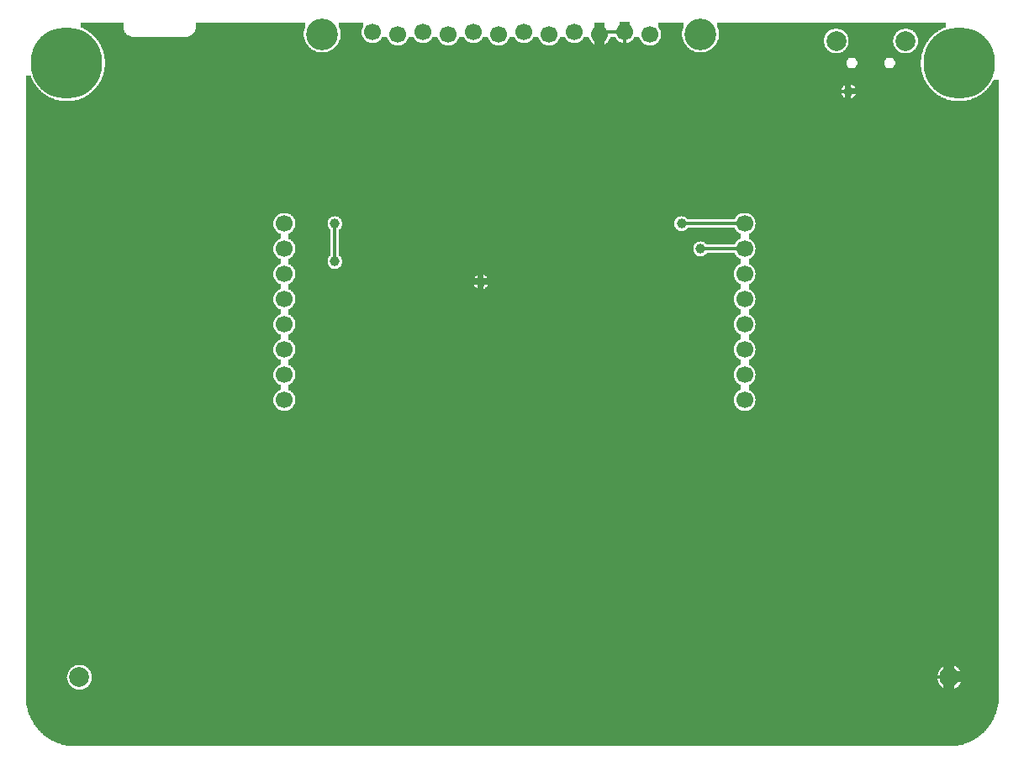
<source format=gbl>
G04 MADE WITH FRITZING*
G04 WWW.FRITZING.ORG*
G04 DOUBLE SIDED*
G04 HOLES PLATED*
G04 CONTOUR ON CENTER OF CONTOUR VECTOR*
%ASAXBY*%
%FSLAX23Y23*%
%MOIN*%
%OFA0B0*%
%SFA1.0B1.0*%
%ADD10C,0.075000*%
%ADD11C,0.283464*%
%ADD12C,0.066929*%
%ADD13C,0.078740*%
%ADD14C,0.125984*%
%ADD15C,0.039370*%
%ADD16C,0.012000*%
%LNCOPPER0*%
G90*
G70*
G54D10*
X3356Y2830D03*
G54D11*
X202Y2741D03*
X3740Y2741D03*
G54D12*
X1065Y1404D03*
X1065Y1504D03*
X1065Y1604D03*
X1065Y1704D03*
X1065Y1804D03*
X1065Y1904D03*
X1065Y2004D03*
X1065Y2104D03*
X2890Y1404D03*
X2890Y1504D03*
X2890Y1604D03*
X2890Y1704D03*
X2890Y1804D03*
X2890Y1904D03*
X2890Y2004D03*
X2890Y2104D03*
G54D13*
X3528Y2829D03*
X3253Y2829D03*
X3702Y304D03*
X252Y304D03*
G54D14*
X1215Y2856D03*
X2715Y2856D03*
G54D15*
X3302Y2629D03*
X2715Y2004D03*
X2640Y2104D03*
X1844Y1873D03*
X1265Y1954D03*
X1265Y2104D03*
G54D12*
X2515Y2854D03*
X2415Y2864D03*
X2315Y2854D03*
X2215Y2864D03*
X2115Y2854D03*
X2015Y2864D03*
X1915Y2854D03*
X1815Y2864D03*
X1715Y2854D03*
X1615Y2864D03*
X1515Y2854D03*
X1415Y2864D03*
G54D16*
X2415Y2629D02*
X2415Y2840D01*
D02*
X3289Y2629D02*
X2415Y2629D01*
D02*
X2867Y2104D02*
X2653Y2104D01*
D02*
X2867Y2004D02*
X2728Y2004D01*
D02*
X1265Y1967D02*
X1265Y2090D01*
D02*
X2415Y404D02*
X2515Y304D01*
D02*
X2415Y2840D02*
X2415Y404D01*
D02*
X2515Y304D02*
X3673Y304D01*
D02*
X2315Y2864D02*
X2315Y2877D01*
D02*
X2392Y2864D02*
X2315Y2864D01*
G36*
X256Y2902D02*
X256Y2882D01*
X260Y2882D01*
X260Y2880D01*
X266Y2880D01*
X266Y2878D01*
X270Y2878D01*
X270Y2876D01*
X274Y2876D01*
X274Y2874D01*
X276Y2874D01*
X276Y2872D01*
X280Y2872D01*
X280Y2870D01*
X284Y2870D01*
X284Y2868D01*
X286Y2868D01*
X286Y2866D01*
X290Y2866D01*
X290Y2864D01*
X292Y2864D01*
X292Y2862D01*
X294Y2862D01*
X294Y2860D01*
X298Y2860D01*
X298Y2858D01*
X300Y2858D01*
X300Y2856D01*
X302Y2856D01*
X302Y2854D01*
X304Y2854D01*
X304Y2852D01*
X306Y2852D01*
X306Y2850D01*
X308Y2850D01*
X308Y2848D01*
X310Y2848D01*
X310Y2846D01*
X456Y2846D01*
X456Y2848D01*
X450Y2848D01*
X450Y2850D01*
X446Y2850D01*
X446Y2852D01*
X442Y2852D01*
X442Y2854D01*
X440Y2854D01*
X440Y2856D01*
X438Y2856D01*
X438Y2858D01*
X436Y2858D01*
X436Y2860D01*
X434Y2860D01*
X434Y2862D01*
X432Y2862D01*
X432Y2866D01*
X430Y2866D01*
X430Y2870D01*
X428Y2870D01*
X428Y2876D01*
X426Y2876D01*
X426Y2902D01*
X256Y2902D01*
G37*
D02*
G36*
X714Y2902D02*
X714Y2876D01*
X712Y2876D01*
X712Y2870D01*
X710Y2870D01*
X710Y2866D01*
X708Y2866D01*
X708Y2862D01*
X706Y2862D01*
X706Y2860D01*
X704Y2860D01*
X704Y2858D01*
X702Y2858D01*
X702Y2856D01*
X700Y2856D01*
X700Y2854D01*
X698Y2854D01*
X698Y2852D01*
X694Y2852D01*
X694Y2850D01*
X690Y2850D01*
X690Y2848D01*
X684Y2848D01*
X684Y2846D01*
X1142Y2846D01*
X1142Y2868D01*
X1144Y2868D01*
X1144Y2878D01*
X1146Y2878D01*
X1146Y2882D01*
X1148Y2882D01*
X1148Y2902D01*
X714Y2902D01*
G37*
D02*
G36*
X1282Y2902D02*
X1282Y2882D01*
X1284Y2882D01*
X1284Y2876D01*
X1286Y2876D01*
X1286Y2866D01*
X1288Y2866D01*
X1288Y2846D01*
X1286Y2846D01*
X1286Y2836D01*
X1284Y2836D01*
X1284Y2830D01*
X1282Y2830D01*
X1282Y2826D01*
X1280Y2826D01*
X1280Y2822D01*
X1278Y2822D01*
X1278Y2820D01*
X1406Y2820D01*
X1406Y2822D01*
X1400Y2822D01*
X1400Y2824D01*
X1396Y2824D01*
X1396Y2826D01*
X1392Y2826D01*
X1392Y2828D01*
X1388Y2828D01*
X1388Y2830D01*
X1386Y2830D01*
X1386Y2832D01*
X1384Y2832D01*
X1384Y2834D01*
X1382Y2834D01*
X1382Y2836D01*
X1380Y2836D01*
X1380Y2840D01*
X1378Y2840D01*
X1378Y2842D01*
X1376Y2842D01*
X1376Y2846D01*
X1374Y2846D01*
X1374Y2852D01*
X1372Y2852D01*
X1372Y2874D01*
X1374Y2874D01*
X1374Y2880D01*
X1376Y2880D01*
X1376Y2902D01*
X1282Y2902D01*
G37*
D02*
G36*
X2546Y2902D02*
X2546Y2882D01*
X2548Y2882D01*
X2548Y2880D01*
X2550Y2880D01*
X2550Y2878D01*
X2552Y2878D01*
X2552Y2874D01*
X2554Y2874D01*
X2554Y2870D01*
X2556Y2870D01*
X2556Y2864D01*
X2558Y2864D01*
X2558Y2844D01*
X2556Y2844D01*
X2556Y2838D01*
X2554Y2838D01*
X2554Y2834D01*
X2552Y2834D01*
X2552Y2830D01*
X2550Y2830D01*
X2550Y2828D01*
X2548Y2828D01*
X2548Y2824D01*
X2546Y2824D01*
X2546Y2822D01*
X2544Y2822D01*
X2544Y2820D01*
X2540Y2820D01*
X2540Y2818D01*
X2538Y2818D01*
X2538Y2816D01*
X2534Y2816D01*
X2534Y2814D01*
X2530Y2814D01*
X2530Y2812D01*
X2524Y2812D01*
X2524Y2810D01*
X2658Y2810D01*
X2658Y2812D01*
X2656Y2812D01*
X2656Y2814D01*
X2654Y2814D01*
X2654Y2818D01*
X2652Y2818D01*
X2652Y2820D01*
X2650Y2820D01*
X2650Y2824D01*
X2648Y2824D01*
X2648Y2830D01*
X2646Y2830D01*
X2646Y2834D01*
X2644Y2834D01*
X2644Y2844D01*
X2642Y2844D01*
X2642Y2868D01*
X2644Y2868D01*
X2644Y2878D01*
X2646Y2878D01*
X2646Y2882D01*
X2648Y2882D01*
X2648Y2902D01*
X2546Y2902D01*
G37*
D02*
G36*
X2782Y2902D02*
X2782Y2882D01*
X2784Y2882D01*
X2784Y2878D01*
X3536Y2878D01*
X3536Y2876D01*
X3544Y2876D01*
X3544Y2874D01*
X3548Y2874D01*
X3548Y2872D01*
X3552Y2872D01*
X3552Y2870D01*
X3556Y2870D01*
X3556Y2868D01*
X3558Y2868D01*
X3558Y2866D01*
X3560Y2866D01*
X3560Y2864D01*
X3564Y2864D01*
X3564Y2860D01*
X3566Y2860D01*
X3566Y2858D01*
X3568Y2858D01*
X3568Y2856D01*
X3570Y2856D01*
X3570Y2852D01*
X3572Y2852D01*
X3572Y2848D01*
X3574Y2848D01*
X3574Y2842D01*
X3576Y2842D01*
X3576Y2832D01*
X3578Y2832D01*
X3578Y2824D01*
X3576Y2824D01*
X3576Y2814D01*
X3574Y2814D01*
X3574Y2808D01*
X3572Y2808D01*
X3572Y2804D01*
X3570Y2804D01*
X3570Y2802D01*
X3568Y2802D01*
X3568Y2798D01*
X3566Y2798D01*
X3566Y2796D01*
X3564Y2796D01*
X3564Y2794D01*
X3562Y2794D01*
X3562Y2792D01*
X3560Y2792D01*
X3560Y2790D01*
X3558Y2790D01*
X3558Y2788D01*
X3554Y2788D01*
X3554Y2786D01*
X3550Y2786D01*
X3550Y2784D01*
X3546Y2784D01*
X3546Y2782D01*
X3540Y2782D01*
X3540Y2780D01*
X3594Y2780D01*
X3594Y2786D01*
X3596Y2786D01*
X3596Y2792D01*
X3598Y2792D01*
X3598Y2798D01*
X3600Y2798D01*
X3600Y2802D01*
X3602Y2802D01*
X3602Y2806D01*
X3604Y2806D01*
X3604Y2810D01*
X3606Y2810D01*
X3606Y2814D01*
X3608Y2814D01*
X3608Y2818D01*
X3610Y2818D01*
X3610Y2820D01*
X3612Y2820D01*
X3612Y2824D01*
X3614Y2824D01*
X3614Y2826D01*
X3616Y2826D01*
X3616Y2830D01*
X3618Y2830D01*
X3618Y2832D01*
X3620Y2832D01*
X3620Y2836D01*
X3622Y2836D01*
X3622Y2838D01*
X3624Y2838D01*
X3624Y2840D01*
X3626Y2840D01*
X3626Y2842D01*
X3628Y2842D01*
X3628Y2844D01*
X3630Y2844D01*
X3630Y2846D01*
X3632Y2846D01*
X3632Y2848D01*
X3634Y2848D01*
X3634Y2850D01*
X3636Y2850D01*
X3636Y2852D01*
X3638Y2852D01*
X3638Y2854D01*
X3640Y2854D01*
X3640Y2856D01*
X3642Y2856D01*
X3642Y2858D01*
X3644Y2858D01*
X3644Y2860D01*
X3648Y2860D01*
X3648Y2862D01*
X3650Y2862D01*
X3650Y2864D01*
X3652Y2864D01*
X3652Y2866D01*
X3656Y2866D01*
X3656Y2868D01*
X3658Y2868D01*
X3658Y2870D01*
X3662Y2870D01*
X3662Y2872D01*
X3666Y2872D01*
X3666Y2874D01*
X3668Y2874D01*
X3668Y2876D01*
X3672Y2876D01*
X3672Y2878D01*
X3678Y2878D01*
X3678Y2880D01*
X3682Y2880D01*
X3682Y2882D01*
X3686Y2882D01*
X3686Y2902D01*
X2782Y2902D01*
G37*
D02*
G36*
X2784Y2878D02*
X2784Y2876D01*
X2786Y2876D01*
X2786Y2866D01*
X2788Y2866D01*
X2788Y2846D01*
X2786Y2846D01*
X2786Y2836D01*
X2784Y2836D01*
X2784Y2830D01*
X2782Y2830D01*
X2782Y2826D01*
X2780Y2826D01*
X2780Y2822D01*
X2778Y2822D01*
X2778Y2818D01*
X2776Y2818D01*
X2776Y2814D01*
X2774Y2814D01*
X2774Y2812D01*
X2772Y2812D01*
X2772Y2810D01*
X2770Y2810D01*
X2770Y2808D01*
X2768Y2808D01*
X2768Y2806D01*
X2766Y2806D01*
X2766Y2804D01*
X2764Y2804D01*
X2764Y2802D01*
X2762Y2802D01*
X2762Y2800D01*
X2760Y2800D01*
X2760Y2798D01*
X2758Y2798D01*
X2758Y2796D01*
X2754Y2796D01*
X2754Y2794D01*
X2752Y2794D01*
X2752Y2792D01*
X2748Y2792D01*
X2748Y2790D01*
X2744Y2790D01*
X2744Y2788D01*
X2738Y2788D01*
X2738Y2786D01*
X2732Y2786D01*
X2732Y2784D01*
X3230Y2784D01*
X3230Y2786D01*
X3226Y2786D01*
X3226Y2788D01*
X3224Y2788D01*
X3224Y2790D01*
X3222Y2790D01*
X3222Y2792D01*
X3218Y2792D01*
X3218Y2794D01*
X3216Y2794D01*
X3216Y2798D01*
X3214Y2798D01*
X3214Y2800D01*
X3212Y2800D01*
X3212Y2802D01*
X3210Y2802D01*
X3210Y2806D01*
X3208Y2806D01*
X3208Y2810D01*
X3206Y2810D01*
X3206Y2818D01*
X3204Y2818D01*
X3204Y2840D01*
X3206Y2840D01*
X3206Y2846D01*
X3208Y2846D01*
X3208Y2850D01*
X3210Y2850D01*
X3210Y2854D01*
X3212Y2854D01*
X3212Y2858D01*
X3214Y2858D01*
X3214Y2860D01*
X3216Y2860D01*
X3216Y2862D01*
X3218Y2862D01*
X3218Y2864D01*
X3220Y2864D01*
X3220Y2866D01*
X3222Y2866D01*
X3222Y2868D01*
X3224Y2868D01*
X3224Y2870D01*
X3228Y2870D01*
X3228Y2872D01*
X3232Y2872D01*
X3232Y2874D01*
X3236Y2874D01*
X3236Y2876D01*
X3244Y2876D01*
X3244Y2878D01*
X2784Y2878D01*
G37*
D02*
G36*
X3262Y2878D02*
X3262Y2876D01*
X3268Y2876D01*
X3268Y2874D01*
X3274Y2874D01*
X3274Y2872D01*
X3278Y2872D01*
X3278Y2870D01*
X3280Y2870D01*
X3280Y2868D01*
X3284Y2868D01*
X3284Y2866D01*
X3286Y2866D01*
X3286Y2864D01*
X3288Y2864D01*
X3288Y2862D01*
X3290Y2862D01*
X3290Y2860D01*
X3292Y2860D01*
X3292Y2858D01*
X3294Y2858D01*
X3294Y2854D01*
X3296Y2854D01*
X3296Y2850D01*
X3298Y2850D01*
X3298Y2846D01*
X3300Y2846D01*
X3300Y2838D01*
X3302Y2838D01*
X3302Y2818D01*
X3300Y2818D01*
X3300Y2812D01*
X3298Y2812D01*
X3298Y2806D01*
X3296Y2806D01*
X3296Y2804D01*
X3294Y2804D01*
X3294Y2800D01*
X3292Y2800D01*
X3292Y2798D01*
X3290Y2798D01*
X3290Y2796D01*
X3288Y2796D01*
X3288Y2792D01*
X3284Y2792D01*
X3284Y2790D01*
X3282Y2790D01*
X3282Y2788D01*
X3280Y2788D01*
X3280Y2786D01*
X3276Y2786D01*
X3276Y2784D01*
X3272Y2784D01*
X3272Y2782D01*
X3266Y2782D01*
X3266Y2780D01*
X3516Y2780D01*
X3516Y2782D01*
X3508Y2782D01*
X3508Y2784D01*
X3506Y2784D01*
X3506Y2786D01*
X3502Y2786D01*
X3502Y2788D01*
X3498Y2788D01*
X3498Y2790D01*
X3496Y2790D01*
X3496Y2792D01*
X3494Y2792D01*
X3494Y2794D01*
X3492Y2794D01*
X3492Y2796D01*
X3490Y2796D01*
X3490Y2798D01*
X3488Y2798D01*
X3488Y2802D01*
X3486Y2802D01*
X3486Y2804D01*
X3484Y2804D01*
X3484Y2808D01*
X3482Y2808D01*
X3482Y2814D01*
X3480Y2814D01*
X3480Y2822D01*
X3478Y2822D01*
X3478Y2834D01*
X3480Y2834D01*
X3480Y2844D01*
X3482Y2844D01*
X3482Y2848D01*
X3484Y2848D01*
X3484Y2852D01*
X3486Y2852D01*
X3486Y2856D01*
X3488Y2856D01*
X3488Y2858D01*
X3490Y2858D01*
X3490Y2860D01*
X3492Y2860D01*
X3492Y2864D01*
X3494Y2864D01*
X3494Y2866D01*
X3498Y2866D01*
X3498Y2868D01*
X3500Y2868D01*
X3500Y2870D01*
X3504Y2870D01*
X3504Y2872D01*
X3506Y2872D01*
X3506Y2874D01*
X3512Y2874D01*
X3512Y2876D01*
X3520Y2876D01*
X3520Y2878D01*
X3262Y2878D01*
G37*
D02*
G36*
X312Y2846D02*
X312Y2844D01*
X1142Y2844D01*
X1142Y2846D01*
X312Y2846D01*
G37*
D02*
G36*
X312Y2846D02*
X312Y2844D01*
X1142Y2844D01*
X1142Y2846D01*
X312Y2846D01*
G37*
D02*
G36*
X314Y2844D02*
X314Y2842D01*
X316Y2842D01*
X316Y2840D01*
X318Y2840D01*
X318Y2838D01*
X320Y2838D01*
X320Y2836D01*
X322Y2836D01*
X322Y2832D01*
X324Y2832D01*
X324Y2830D01*
X326Y2830D01*
X326Y2828D01*
X328Y2828D01*
X328Y2824D01*
X330Y2824D01*
X330Y2820D01*
X332Y2820D01*
X332Y2818D01*
X334Y2818D01*
X334Y2814D01*
X336Y2814D01*
X336Y2810D01*
X338Y2810D01*
X338Y2806D01*
X340Y2806D01*
X340Y2802D01*
X342Y2802D01*
X342Y2798D01*
X344Y2798D01*
X344Y2792D01*
X346Y2792D01*
X346Y2786D01*
X348Y2786D01*
X348Y2784D01*
X1198Y2784D01*
X1198Y2786D01*
X1192Y2786D01*
X1192Y2788D01*
X1186Y2788D01*
X1186Y2790D01*
X1182Y2790D01*
X1182Y2792D01*
X1178Y2792D01*
X1178Y2794D01*
X1174Y2794D01*
X1174Y2796D01*
X1172Y2796D01*
X1172Y2798D01*
X1170Y2798D01*
X1170Y2800D01*
X1166Y2800D01*
X1166Y2802D01*
X1164Y2802D01*
X1164Y2804D01*
X1162Y2804D01*
X1162Y2806D01*
X1160Y2806D01*
X1160Y2810D01*
X1158Y2810D01*
X1158Y2812D01*
X1156Y2812D01*
X1156Y2814D01*
X1154Y2814D01*
X1154Y2818D01*
X1152Y2818D01*
X1152Y2820D01*
X1150Y2820D01*
X1150Y2824D01*
X1148Y2824D01*
X1148Y2830D01*
X1146Y2830D01*
X1146Y2834D01*
X1144Y2834D01*
X1144Y2844D01*
X314Y2844D01*
G37*
D02*
G36*
X1452Y2844D02*
X1452Y2840D01*
X1450Y2840D01*
X1450Y2838D01*
X1448Y2838D01*
X1448Y2834D01*
X1446Y2834D01*
X1446Y2832D01*
X1444Y2832D01*
X1444Y2830D01*
X1440Y2830D01*
X1440Y2828D01*
X1438Y2828D01*
X1438Y2826D01*
X1434Y2826D01*
X1434Y2824D01*
X1430Y2824D01*
X1430Y2822D01*
X1424Y2822D01*
X1424Y2820D01*
X1486Y2820D01*
X1486Y2822D01*
X1484Y2822D01*
X1484Y2824D01*
X1482Y2824D01*
X1482Y2826D01*
X1480Y2826D01*
X1480Y2830D01*
X1478Y2830D01*
X1478Y2832D01*
X1476Y2832D01*
X1476Y2836D01*
X1474Y2836D01*
X1474Y2842D01*
X1472Y2842D01*
X1472Y2844D01*
X1452Y2844D01*
G37*
D02*
G36*
X1556Y2844D02*
X1556Y2838D01*
X1554Y2838D01*
X1554Y2834D01*
X1552Y2834D01*
X1552Y2830D01*
X1550Y2830D01*
X1550Y2828D01*
X1548Y2828D01*
X1548Y2824D01*
X1546Y2824D01*
X1546Y2822D01*
X1544Y2822D01*
X1544Y2820D01*
X1606Y2820D01*
X1606Y2822D01*
X1600Y2822D01*
X1600Y2824D01*
X1596Y2824D01*
X1596Y2826D01*
X1592Y2826D01*
X1592Y2828D01*
X1588Y2828D01*
X1588Y2830D01*
X1586Y2830D01*
X1586Y2832D01*
X1584Y2832D01*
X1584Y2834D01*
X1582Y2834D01*
X1582Y2836D01*
X1580Y2836D01*
X1580Y2840D01*
X1578Y2840D01*
X1578Y2842D01*
X1576Y2842D01*
X1576Y2844D01*
X1556Y2844D01*
G37*
D02*
G36*
X1652Y2844D02*
X1652Y2840D01*
X1650Y2840D01*
X1650Y2838D01*
X1648Y2838D01*
X1648Y2834D01*
X1646Y2834D01*
X1646Y2832D01*
X1644Y2832D01*
X1644Y2830D01*
X1640Y2830D01*
X1640Y2828D01*
X1638Y2828D01*
X1638Y2826D01*
X1634Y2826D01*
X1634Y2824D01*
X1630Y2824D01*
X1630Y2822D01*
X1624Y2822D01*
X1624Y2820D01*
X1686Y2820D01*
X1686Y2822D01*
X1684Y2822D01*
X1684Y2824D01*
X1682Y2824D01*
X1682Y2826D01*
X1680Y2826D01*
X1680Y2830D01*
X1678Y2830D01*
X1678Y2832D01*
X1676Y2832D01*
X1676Y2836D01*
X1674Y2836D01*
X1674Y2842D01*
X1672Y2842D01*
X1672Y2844D01*
X1652Y2844D01*
G37*
D02*
G36*
X1756Y2844D02*
X1756Y2838D01*
X1754Y2838D01*
X1754Y2834D01*
X1752Y2834D01*
X1752Y2830D01*
X1750Y2830D01*
X1750Y2828D01*
X1748Y2828D01*
X1748Y2824D01*
X1746Y2824D01*
X1746Y2822D01*
X1744Y2822D01*
X1744Y2820D01*
X1806Y2820D01*
X1806Y2822D01*
X1800Y2822D01*
X1800Y2824D01*
X1796Y2824D01*
X1796Y2826D01*
X1792Y2826D01*
X1792Y2828D01*
X1788Y2828D01*
X1788Y2830D01*
X1786Y2830D01*
X1786Y2832D01*
X1784Y2832D01*
X1784Y2834D01*
X1782Y2834D01*
X1782Y2836D01*
X1780Y2836D01*
X1780Y2840D01*
X1778Y2840D01*
X1778Y2842D01*
X1776Y2842D01*
X1776Y2844D01*
X1756Y2844D01*
G37*
D02*
G36*
X1852Y2844D02*
X1852Y2840D01*
X1850Y2840D01*
X1850Y2838D01*
X1848Y2838D01*
X1848Y2834D01*
X1846Y2834D01*
X1846Y2832D01*
X1844Y2832D01*
X1844Y2830D01*
X1840Y2830D01*
X1840Y2828D01*
X1838Y2828D01*
X1838Y2826D01*
X1834Y2826D01*
X1834Y2824D01*
X1830Y2824D01*
X1830Y2822D01*
X1824Y2822D01*
X1824Y2820D01*
X1886Y2820D01*
X1886Y2822D01*
X1884Y2822D01*
X1884Y2824D01*
X1882Y2824D01*
X1882Y2826D01*
X1880Y2826D01*
X1880Y2830D01*
X1878Y2830D01*
X1878Y2832D01*
X1876Y2832D01*
X1876Y2836D01*
X1874Y2836D01*
X1874Y2842D01*
X1872Y2842D01*
X1872Y2844D01*
X1852Y2844D01*
G37*
D02*
G36*
X1956Y2844D02*
X1956Y2838D01*
X1954Y2838D01*
X1954Y2834D01*
X1952Y2834D01*
X1952Y2830D01*
X1950Y2830D01*
X1950Y2828D01*
X1948Y2828D01*
X1948Y2824D01*
X1946Y2824D01*
X1946Y2822D01*
X1944Y2822D01*
X1944Y2820D01*
X2006Y2820D01*
X2006Y2822D01*
X2000Y2822D01*
X2000Y2824D01*
X1996Y2824D01*
X1996Y2826D01*
X1992Y2826D01*
X1992Y2828D01*
X1988Y2828D01*
X1988Y2830D01*
X1986Y2830D01*
X1986Y2832D01*
X1984Y2832D01*
X1984Y2834D01*
X1982Y2834D01*
X1982Y2836D01*
X1980Y2836D01*
X1980Y2840D01*
X1978Y2840D01*
X1978Y2842D01*
X1976Y2842D01*
X1976Y2844D01*
X1956Y2844D01*
G37*
D02*
G36*
X2052Y2844D02*
X2052Y2840D01*
X2050Y2840D01*
X2050Y2838D01*
X2048Y2838D01*
X2048Y2834D01*
X2046Y2834D01*
X2046Y2832D01*
X2044Y2832D01*
X2044Y2830D01*
X2040Y2830D01*
X2040Y2828D01*
X2038Y2828D01*
X2038Y2826D01*
X2034Y2826D01*
X2034Y2824D01*
X2030Y2824D01*
X2030Y2822D01*
X2024Y2822D01*
X2024Y2820D01*
X2086Y2820D01*
X2086Y2822D01*
X2084Y2822D01*
X2084Y2824D01*
X2082Y2824D01*
X2082Y2826D01*
X2080Y2826D01*
X2080Y2830D01*
X2078Y2830D01*
X2078Y2832D01*
X2076Y2832D01*
X2076Y2836D01*
X2074Y2836D01*
X2074Y2842D01*
X2072Y2842D01*
X2072Y2844D01*
X2052Y2844D01*
G37*
D02*
G36*
X2156Y2844D02*
X2156Y2838D01*
X2154Y2838D01*
X2154Y2834D01*
X2152Y2834D01*
X2152Y2830D01*
X2150Y2830D01*
X2150Y2828D01*
X2148Y2828D01*
X2148Y2824D01*
X2146Y2824D01*
X2146Y2822D01*
X2144Y2822D01*
X2144Y2820D01*
X2206Y2820D01*
X2206Y2822D01*
X2200Y2822D01*
X2200Y2824D01*
X2196Y2824D01*
X2196Y2826D01*
X2192Y2826D01*
X2192Y2828D01*
X2188Y2828D01*
X2188Y2830D01*
X2186Y2830D01*
X2186Y2832D01*
X2184Y2832D01*
X2184Y2834D01*
X2182Y2834D01*
X2182Y2836D01*
X2180Y2836D01*
X2180Y2840D01*
X2178Y2840D01*
X2178Y2842D01*
X2176Y2842D01*
X2176Y2844D01*
X2156Y2844D01*
G37*
D02*
G36*
X2252Y2844D02*
X2252Y2840D01*
X2250Y2840D01*
X2250Y2838D01*
X2248Y2838D01*
X2248Y2834D01*
X2246Y2834D01*
X2246Y2832D01*
X2244Y2832D01*
X2244Y2830D01*
X2240Y2830D01*
X2240Y2828D01*
X2238Y2828D01*
X2238Y2826D01*
X2234Y2826D01*
X2234Y2824D01*
X2230Y2824D01*
X2230Y2822D01*
X2224Y2822D01*
X2224Y2820D01*
X2286Y2820D01*
X2286Y2822D01*
X2284Y2822D01*
X2284Y2824D01*
X2282Y2824D01*
X2282Y2826D01*
X2280Y2826D01*
X2280Y2830D01*
X2278Y2830D01*
X2278Y2832D01*
X2276Y2832D01*
X2276Y2836D01*
X2274Y2836D01*
X2274Y2842D01*
X2272Y2842D01*
X2272Y2844D01*
X2252Y2844D01*
G37*
D02*
G36*
X2356Y2844D02*
X2356Y2838D01*
X2354Y2838D01*
X2354Y2834D01*
X2352Y2834D01*
X2352Y2830D01*
X2350Y2830D01*
X2350Y2828D01*
X2348Y2828D01*
X2348Y2824D01*
X2346Y2824D01*
X2346Y2822D01*
X2344Y2822D01*
X2344Y2820D01*
X2406Y2820D01*
X2406Y2822D01*
X2400Y2822D01*
X2400Y2824D01*
X2396Y2824D01*
X2396Y2826D01*
X2392Y2826D01*
X2392Y2828D01*
X2388Y2828D01*
X2388Y2830D01*
X2386Y2830D01*
X2386Y2832D01*
X2384Y2832D01*
X2384Y2834D01*
X2382Y2834D01*
X2382Y2836D01*
X2380Y2836D01*
X2380Y2840D01*
X2378Y2840D01*
X2378Y2842D01*
X2376Y2842D01*
X2376Y2844D01*
X2356Y2844D01*
G37*
D02*
G36*
X2452Y2844D02*
X2452Y2840D01*
X2450Y2840D01*
X2450Y2838D01*
X2448Y2838D01*
X2448Y2834D01*
X2446Y2834D01*
X2446Y2832D01*
X2444Y2832D01*
X2444Y2830D01*
X2440Y2830D01*
X2440Y2828D01*
X2438Y2828D01*
X2438Y2826D01*
X2434Y2826D01*
X2434Y2824D01*
X2430Y2824D01*
X2430Y2822D01*
X2424Y2822D01*
X2424Y2820D01*
X2486Y2820D01*
X2486Y2822D01*
X2484Y2822D01*
X2484Y2824D01*
X2482Y2824D01*
X2482Y2826D01*
X2480Y2826D01*
X2480Y2830D01*
X2478Y2830D01*
X2478Y2832D01*
X2476Y2832D01*
X2476Y2836D01*
X2474Y2836D01*
X2474Y2842D01*
X2472Y2842D01*
X2472Y2844D01*
X2452Y2844D01*
G37*
D02*
G36*
X1278Y2820D02*
X1278Y2818D01*
X1488Y2818D01*
X1488Y2820D01*
X1278Y2820D01*
G37*
D02*
G36*
X1278Y2820D02*
X1278Y2818D01*
X1488Y2818D01*
X1488Y2820D01*
X1278Y2820D01*
G37*
D02*
G36*
X1540Y2820D02*
X1540Y2818D01*
X1688Y2818D01*
X1688Y2820D01*
X1540Y2820D01*
G37*
D02*
G36*
X1540Y2820D02*
X1540Y2818D01*
X1688Y2818D01*
X1688Y2820D01*
X1540Y2820D01*
G37*
D02*
G36*
X1740Y2820D02*
X1740Y2818D01*
X1888Y2818D01*
X1888Y2820D01*
X1740Y2820D01*
G37*
D02*
G36*
X1740Y2820D02*
X1740Y2818D01*
X1888Y2818D01*
X1888Y2820D01*
X1740Y2820D01*
G37*
D02*
G36*
X1940Y2820D02*
X1940Y2818D01*
X2088Y2818D01*
X2088Y2820D01*
X1940Y2820D01*
G37*
D02*
G36*
X1940Y2820D02*
X1940Y2818D01*
X2088Y2818D01*
X2088Y2820D01*
X1940Y2820D01*
G37*
D02*
G36*
X2140Y2820D02*
X2140Y2818D01*
X2288Y2818D01*
X2288Y2820D01*
X2140Y2820D01*
G37*
D02*
G36*
X2140Y2820D02*
X2140Y2818D01*
X2288Y2818D01*
X2288Y2820D01*
X2140Y2820D01*
G37*
D02*
G36*
X2340Y2820D02*
X2340Y2818D01*
X2488Y2818D01*
X2488Y2820D01*
X2340Y2820D01*
G37*
D02*
G36*
X2340Y2820D02*
X2340Y2818D01*
X2488Y2818D01*
X2488Y2820D01*
X2340Y2820D01*
G37*
D02*
G36*
X1276Y2818D02*
X1276Y2814D01*
X1274Y2814D01*
X1274Y2812D01*
X1272Y2812D01*
X1272Y2810D01*
X1506Y2810D01*
X1506Y2812D01*
X1500Y2812D01*
X1500Y2814D01*
X1496Y2814D01*
X1496Y2816D01*
X1492Y2816D01*
X1492Y2818D01*
X1276Y2818D01*
G37*
D02*
G36*
X1538Y2818D02*
X1538Y2816D01*
X1534Y2816D01*
X1534Y2814D01*
X1530Y2814D01*
X1530Y2812D01*
X1524Y2812D01*
X1524Y2810D01*
X1706Y2810D01*
X1706Y2812D01*
X1700Y2812D01*
X1700Y2814D01*
X1696Y2814D01*
X1696Y2816D01*
X1692Y2816D01*
X1692Y2818D01*
X1538Y2818D01*
G37*
D02*
G36*
X1738Y2818D02*
X1738Y2816D01*
X1734Y2816D01*
X1734Y2814D01*
X1730Y2814D01*
X1730Y2812D01*
X1724Y2812D01*
X1724Y2810D01*
X1906Y2810D01*
X1906Y2812D01*
X1900Y2812D01*
X1900Y2814D01*
X1896Y2814D01*
X1896Y2816D01*
X1892Y2816D01*
X1892Y2818D01*
X1738Y2818D01*
G37*
D02*
G36*
X1938Y2818D02*
X1938Y2816D01*
X1934Y2816D01*
X1934Y2814D01*
X1930Y2814D01*
X1930Y2812D01*
X1924Y2812D01*
X1924Y2810D01*
X2106Y2810D01*
X2106Y2812D01*
X2100Y2812D01*
X2100Y2814D01*
X2096Y2814D01*
X2096Y2816D01*
X2092Y2816D01*
X2092Y2818D01*
X1938Y2818D01*
G37*
D02*
G36*
X2138Y2818D02*
X2138Y2816D01*
X2134Y2816D01*
X2134Y2814D01*
X2130Y2814D01*
X2130Y2812D01*
X2124Y2812D01*
X2124Y2810D01*
X2306Y2810D01*
X2306Y2812D01*
X2300Y2812D01*
X2300Y2814D01*
X2296Y2814D01*
X2296Y2816D01*
X2292Y2816D01*
X2292Y2818D01*
X2138Y2818D01*
G37*
D02*
G36*
X2338Y2818D02*
X2338Y2816D01*
X2334Y2816D01*
X2334Y2814D01*
X2330Y2814D01*
X2330Y2812D01*
X2324Y2812D01*
X2324Y2810D01*
X2506Y2810D01*
X2506Y2812D01*
X2500Y2812D01*
X2500Y2814D01*
X2496Y2814D01*
X2496Y2816D01*
X2492Y2816D01*
X2492Y2818D01*
X2338Y2818D01*
G37*
D02*
G36*
X1270Y2810D02*
X1270Y2808D01*
X2660Y2808D01*
X2660Y2810D01*
X1270Y2810D01*
G37*
D02*
G36*
X1270Y2810D02*
X1270Y2808D01*
X2660Y2808D01*
X2660Y2810D01*
X1270Y2810D01*
G37*
D02*
G36*
X1270Y2810D02*
X1270Y2808D01*
X2660Y2808D01*
X2660Y2810D01*
X1270Y2810D01*
G37*
D02*
G36*
X1270Y2810D02*
X1270Y2808D01*
X2660Y2808D01*
X2660Y2810D01*
X1270Y2810D01*
G37*
D02*
G36*
X1270Y2810D02*
X1270Y2808D01*
X2660Y2808D01*
X2660Y2810D01*
X1270Y2810D01*
G37*
D02*
G36*
X1270Y2810D02*
X1270Y2808D01*
X2660Y2808D01*
X2660Y2810D01*
X1270Y2810D01*
G37*
D02*
G36*
X1270Y2810D02*
X1270Y2808D01*
X2660Y2808D01*
X2660Y2810D01*
X1270Y2810D01*
G37*
D02*
G36*
X1268Y2808D02*
X1268Y2806D01*
X1266Y2806D01*
X1266Y2804D01*
X1264Y2804D01*
X1264Y2802D01*
X1262Y2802D01*
X1262Y2800D01*
X1260Y2800D01*
X1260Y2798D01*
X1258Y2798D01*
X1258Y2796D01*
X1254Y2796D01*
X1254Y2794D01*
X1252Y2794D01*
X1252Y2792D01*
X1248Y2792D01*
X1248Y2790D01*
X1244Y2790D01*
X1244Y2788D01*
X1238Y2788D01*
X1238Y2786D01*
X1232Y2786D01*
X1232Y2784D01*
X2698Y2784D01*
X2698Y2786D01*
X2692Y2786D01*
X2692Y2788D01*
X2686Y2788D01*
X2686Y2790D01*
X2682Y2790D01*
X2682Y2792D01*
X2678Y2792D01*
X2678Y2794D01*
X2674Y2794D01*
X2674Y2796D01*
X2672Y2796D01*
X2672Y2798D01*
X2670Y2798D01*
X2670Y2800D01*
X2666Y2800D01*
X2666Y2802D01*
X2664Y2802D01*
X2664Y2804D01*
X2662Y2804D01*
X2662Y2806D01*
X2660Y2806D01*
X2660Y2808D01*
X1268Y2808D01*
G37*
D02*
G36*
X348Y2784D02*
X348Y2782D01*
X3234Y2782D01*
X3234Y2784D01*
X348Y2784D01*
G37*
D02*
G36*
X348Y2784D02*
X348Y2782D01*
X3234Y2782D01*
X3234Y2784D01*
X348Y2784D01*
G37*
D02*
G36*
X348Y2784D02*
X348Y2782D01*
X3234Y2782D01*
X3234Y2784D01*
X348Y2784D01*
G37*
D02*
G36*
X348Y2782D02*
X348Y2780D01*
X3240Y2780D01*
X3240Y2782D01*
X348Y2782D01*
G37*
D02*
G36*
X348Y2780D02*
X348Y2778D01*
X3594Y2778D01*
X3594Y2780D01*
X348Y2780D01*
G37*
D02*
G36*
X348Y2780D02*
X348Y2778D01*
X3594Y2778D01*
X3594Y2780D01*
X348Y2780D01*
G37*
D02*
G36*
X348Y2780D02*
X348Y2778D01*
X3594Y2778D01*
X3594Y2780D01*
X348Y2780D01*
G37*
D02*
G36*
X350Y2778D02*
X350Y2770D01*
X352Y2770D01*
X352Y2762D01*
X3472Y2762D01*
X3472Y2760D01*
X3476Y2760D01*
X3476Y2758D01*
X3480Y2758D01*
X3480Y2756D01*
X3482Y2756D01*
X3482Y2752D01*
X3484Y2752D01*
X3484Y2748D01*
X3486Y2748D01*
X3486Y2734D01*
X3484Y2734D01*
X3484Y2730D01*
X3482Y2730D01*
X3482Y2726D01*
X3480Y2726D01*
X3480Y2724D01*
X3476Y2724D01*
X3476Y2722D01*
X3472Y2722D01*
X3472Y2720D01*
X3590Y2720D01*
X3590Y2726D01*
X3588Y2726D01*
X3588Y2756D01*
X3590Y2756D01*
X3590Y2770D01*
X3592Y2770D01*
X3592Y2778D01*
X350Y2778D01*
G37*
D02*
G36*
X352Y2762D02*
X352Y2758D01*
X354Y2758D01*
X354Y2724D01*
X352Y2724D01*
X352Y2720D01*
X3306Y2720D01*
X3306Y2722D01*
X3302Y2722D01*
X3302Y2724D01*
X3300Y2724D01*
X3300Y2726D01*
X3298Y2726D01*
X3298Y2728D01*
X3296Y2728D01*
X3296Y2732D01*
X3294Y2732D01*
X3294Y2750D01*
X3296Y2750D01*
X3296Y2754D01*
X3298Y2754D01*
X3298Y2756D01*
X3300Y2756D01*
X3300Y2758D01*
X3302Y2758D01*
X3302Y2760D01*
X3306Y2760D01*
X3306Y2762D01*
X352Y2762D01*
G37*
D02*
G36*
X3322Y2762D02*
X3322Y2760D01*
X3326Y2760D01*
X3326Y2758D01*
X3330Y2758D01*
X3330Y2756D01*
X3332Y2756D01*
X3332Y2752D01*
X3334Y2752D01*
X3334Y2748D01*
X3336Y2748D01*
X3336Y2734D01*
X3334Y2734D01*
X3334Y2730D01*
X3332Y2730D01*
X3332Y2726D01*
X3330Y2726D01*
X3330Y2724D01*
X3326Y2724D01*
X3326Y2722D01*
X3322Y2722D01*
X3322Y2720D01*
X3456Y2720D01*
X3456Y2722D01*
X3452Y2722D01*
X3452Y2724D01*
X3450Y2724D01*
X3450Y2726D01*
X3448Y2726D01*
X3448Y2728D01*
X3446Y2728D01*
X3446Y2732D01*
X3444Y2732D01*
X3444Y2750D01*
X3446Y2750D01*
X3446Y2754D01*
X3448Y2754D01*
X3448Y2756D01*
X3450Y2756D01*
X3450Y2758D01*
X3452Y2758D01*
X3452Y2760D01*
X3456Y2760D01*
X3456Y2762D01*
X3322Y2762D01*
G37*
D02*
G36*
X352Y2720D02*
X352Y2718D01*
X3590Y2718D01*
X3590Y2720D01*
X352Y2720D01*
G37*
D02*
G36*
X352Y2720D02*
X352Y2718D01*
X3590Y2718D01*
X3590Y2720D01*
X352Y2720D01*
G37*
D02*
G36*
X352Y2720D02*
X352Y2718D01*
X3590Y2718D01*
X3590Y2720D01*
X352Y2720D01*
G37*
D02*
G36*
X352Y2718D02*
X352Y2712D01*
X350Y2712D01*
X350Y2704D01*
X348Y2704D01*
X348Y2696D01*
X346Y2696D01*
X346Y2690D01*
X344Y2690D01*
X344Y2684D01*
X342Y2684D01*
X342Y2680D01*
X340Y2680D01*
X340Y2676D01*
X338Y2676D01*
X338Y2672D01*
X336Y2672D01*
X336Y2668D01*
X334Y2668D01*
X334Y2664D01*
X332Y2664D01*
X332Y2662D01*
X330Y2662D01*
X330Y2658D01*
X3310Y2658D01*
X3310Y2656D01*
X3316Y2656D01*
X3316Y2654D01*
X3318Y2654D01*
X3318Y2652D01*
X3322Y2652D01*
X3322Y2650D01*
X3324Y2650D01*
X3324Y2648D01*
X3326Y2648D01*
X3326Y2644D01*
X3328Y2644D01*
X3328Y2642D01*
X3330Y2642D01*
X3330Y2636D01*
X3332Y2636D01*
X3332Y2622D01*
X3330Y2622D01*
X3330Y2616D01*
X3328Y2616D01*
X3328Y2612D01*
X3326Y2612D01*
X3326Y2610D01*
X3324Y2610D01*
X3324Y2608D01*
X3322Y2608D01*
X3322Y2606D01*
X3320Y2606D01*
X3320Y2604D01*
X3318Y2604D01*
X3318Y2602D01*
X3314Y2602D01*
X3314Y2600D01*
X3304Y2600D01*
X3304Y2598D01*
X3686Y2598D01*
X3686Y2600D01*
X3682Y2600D01*
X3682Y2602D01*
X3678Y2602D01*
X3678Y2604D01*
X3672Y2604D01*
X3672Y2606D01*
X3668Y2606D01*
X3668Y2608D01*
X3666Y2608D01*
X3666Y2610D01*
X3662Y2610D01*
X3662Y2612D01*
X3658Y2612D01*
X3658Y2614D01*
X3656Y2614D01*
X3656Y2616D01*
X3652Y2616D01*
X3652Y2618D01*
X3650Y2618D01*
X3650Y2620D01*
X3648Y2620D01*
X3648Y2622D01*
X3644Y2622D01*
X3644Y2624D01*
X3642Y2624D01*
X3642Y2626D01*
X3640Y2626D01*
X3640Y2628D01*
X3638Y2628D01*
X3638Y2630D01*
X3636Y2630D01*
X3636Y2632D01*
X3634Y2632D01*
X3634Y2634D01*
X3632Y2634D01*
X3632Y2636D01*
X3630Y2636D01*
X3630Y2638D01*
X3628Y2638D01*
X3628Y2640D01*
X3626Y2640D01*
X3626Y2642D01*
X3624Y2642D01*
X3624Y2644D01*
X3622Y2644D01*
X3622Y2646D01*
X3620Y2646D01*
X3620Y2650D01*
X3618Y2650D01*
X3618Y2652D01*
X3616Y2652D01*
X3616Y2656D01*
X3614Y2656D01*
X3614Y2658D01*
X3612Y2658D01*
X3612Y2662D01*
X3610Y2662D01*
X3610Y2664D01*
X3608Y2664D01*
X3608Y2668D01*
X3606Y2668D01*
X3606Y2672D01*
X3604Y2672D01*
X3604Y2676D01*
X3602Y2676D01*
X3602Y2680D01*
X3600Y2680D01*
X3600Y2684D01*
X3598Y2684D01*
X3598Y2690D01*
X3596Y2690D01*
X3596Y2696D01*
X3594Y2696D01*
X3594Y2704D01*
X3592Y2704D01*
X3592Y2712D01*
X3590Y2712D01*
X3590Y2718D01*
X352Y2718D01*
G37*
D02*
G36*
X40Y2692D02*
X40Y2590D01*
X182Y2590D01*
X182Y2592D01*
X170Y2592D01*
X170Y2594D01*
X162Y2594D01*
X162Y2596D01*
X154Y2596D01*
X154Y2598D01*
X150Y2598D01*
X150Y2600D01*
X144Y2600D01*
X144Y2602D01*
X140Y2602D01*
X140Y2604D01*
X136Y2604D01*
X136Y2606D01*
X132Y2606D01*
X132Y2608D01*
X128Y2608D01*
X128Y2610D01*
X124Y2610D01*
X124Y2612D01*
X122Y2612D01*
X122Y2614D01*
X118Y2614D01*
X118Y2616D01*
X116Y2616D01*
X116Y2618D01*
X112Y2618D01*
X112Y2620D01*
X110Y2620D01*
X110Y2622D01*
X108Y2622D01*
X108Y2624D01*
X104Y2624D01*
X104Y2626D01*
X102Y2626D01*
X102Y2628D01*
X100Y2628D01*
X100Y2630D01*
X98Y2630D01*
X98Y2632D01*
X96Y2632D01*
X96Y2634D01*
X94Y2634D01*
X94Y2636D01*
X92Y2636D01*
X92Y2638D01*
X90Y2638D01*
X90Y2640D01*
X88Y2640D01*
X88Y2642D01*
X86Y2642D01*
X86Y2644D01*
X84Y2644D01*
X84Y2648D01*
X82Y2648D01*
X82Y2650D01*
X80Y2650D01*
X80Y2654D01*
X78Y2654D01*
X78Y2656D01*
X76Y2656D01*
X76Y2658D01*
X74Y2658D01*
X74Y2662D01*
X72Y2662D01*
X72Y2666D01*
X70Y2666D01*
X70Y2668D01*
X68Y2668D01*
X68Y2672D01*
X66Y2672D01*
X66Y2676D01*
X64Y2676D01*
X64Y2680D01*
X62Y2680D01*
X62Y2686D01*
X60Y2686D01*
X60Y2692D01*
X40Y2692D01*
G37*
D02*
G36*
X3876Y2676D02*
X3876Y2672D01*
X3874Y2672D01*
X3874Y2668D01*
X3872Y2668D01*
X3872Y2666D01*
X3870Y2666D01*
X3870Y2662D01*
X3868Y2662D01*
X3868Y2658D01*
X3866Y2658D01*
X3866Y2656D01*
X3864Y2656D01*
X3864Y2652D01*
X3862Y2652D01*
X3862Y2650D01*
X3860Y2650D01*
X3860Y2648D01*
X3858Y2648D01*
X3858Y2644D01*
X3856Y2644D01*
X3856Y2642D01*
X3854Y2642D01*
X3854Y2640D01*
X3852Y2640D01*
X3852Y2638D01*
X3850Y2638D01*
X3850Y2636D01*
X3848Y2636D01*
X3848Y2634D01*
X3846Y2634D01*
X3846Y2632D01*
X3844Y2632D01*
X3844Y2630D01*
X3842Y2630D01*
X3842Y2628D01*
X3840Y2628D01*
X3840Y2626D01*
X3838Y2626D01*
X3838Y2624D01*
X3834Y2624D01*
X3834Y2622D01*
X3832Y2622D01*
X3832Y2620D01*
X3830Y2620D01*
X3830Y2618D01*
X3826Y2618D01*
X3826Y2616D01*
X3824Y2616D01*
X3824Y2614D01*
X3820Y2614D01*
X3820Y2612D01*
X3818Y2612D01*
X3818Y2610D01*
X3814Y2610D01*
X3814Y2608D01*
X3810Y2608D01*
X3810Y2606D01*
X3806Y2606D01*
X3806Y2604D01*
X3802Y2604D01*
X3802Y2602D01*
X3798Y2602D01*
X3798Y2600D01*
X3792Y2600D01*
X3792Y2598D01*
X3788Y2598D01*
X3788Y2596D01*
X3780Y2596D01*
X3780Y2594D01*
X3772Y2594D01*
X3772Y2592D01*
X3760Y2592D01*
X3760Y2590D01*
X3896Y2590D01*
X3896Y2676D01*
X3876Y2676D01*
G37*
D02*
G36*
X328Y2658D02*
X328Y2654D01*
X326Y2654D01*
X326Y2652D01*
X324Y2652D01*
X324Y2650D01*
X322Y2650D01*
X322Y2646D01*
X320Y2646D01*
X320Y2644D01*
X318Y2644D01*
X318Y2642D01*
X316Y2642D01*
X316Y2640D01*
X314Y2640D01*
X314Y2638D01*
X312Y2638D01*
X312Y2636D01*
X310Y2636D01*
X310Y2634D01*
X308Y2634D01*
X308Y2632D01*
X306Y2632D01*
X306Y2630D01*
X304Y2630D01*
X304Y2628D01*
X302Y2628D01*
X302Y2626D01*
X300Y2626D01*
X300Y2624D01*
X298Y2624D01*
X298Y2622D01*
X294Y2622D01*
X294Y2620D01*
X292Y2620D01*
X292Y2618D01*
X290Y2618D01*
X290Y2616D01*
X286Y2616D01*
X286Y2614D01*
X284Y2614D01*
X284Y2612D01*
X280Y2612D01*
X280Y2610D01*
X276Y2610D01*
X276Y2608D01*
X274Y2608D01*
X274Y2606D01*
X270Y2606D01*
X270Y2604D01*
X266Y2604D01*
X266Y2602D01*
X260Y2602D01*
X260Y2600D01*
X256Y2600D01*
X256Y2598D01*
X3300Y2598D01*
X3300Y2600D01*
X3292Y2600D01*
X3292Y2602D01*
X3288Y2602D01*
X3288Y2604D01*
X3284Y2604D01*
X3284Y2606D01*
X3282Y2606D01*
X3282Y2608D01*
X3280Y2608D01*
X3280Y2610D01*
X3278Y2610D01*
X3278Y2614D01*
X3276Y2614D01*
X3276Y2616D01*
X3274Y2616D01*
X3274Y2626D01*
X3272Y2626D01*
X3272Y2632D01*
X3274Y2632D01*
X3274Y2640D01*
X3276Y2640D01*
X3276Y2644D01*
X3278Y2644D01*
X3278Y2646D01*
X3280Y2646D01*
X3280Y2650D01*
X3284Y2650D01*
X3284Y2652D01*
X3286Y2652D01*
X3286Y2654D01*
X3290Y2654D01*
X3290Y2656D01*
X3294Y2656D01*
X3294Y2658D01*
X328Y2658D01*
G37*
D02*
G36*
X250Y2598D02*
X250Y2596D01*
X3692Y2596D01*
X3692Y2598D01*
X250Y2598D01*
G37*
D02*
G36*
X250Y2598D02*
X250Y2596D01*
X3692Y2596D01*
X3692Y2598D01*
X250Y2598D01*
G37*
D02*
G36*
X242Y2596D02*
X242Y2594D01*
X234Y2594D01*
X234Y2592D01*
X224Y2592D01*
X224Y2590D01*
X3720Y2590D01*
X3720Y2592D01*
X3708Y2592D01*
X3708Y2594D01*
X3700Y2594D01*
X3700Y2596D01*
X242Y2596D01*
G37*
D02*
G36*
X40Y2590D02*
X40Y2588D01*
X3896Y2588D01*
X3896Y2590D01*
X40Y2590D01*
G37*
D02*
G36*
X40Y2590D02*
X40Y2588D01*
X3896Y2588D01*
X3896Y2590D01*
X40Y2590D01*
G37*
D02*
G36*
X40Y2590D02*
X40Y2588D01*
X3896Y2588D01*
X3896Y2590D01*
X40Y2590D01*
G37*
D02*
G36*
X40Y2588D02*
X40Y2146D01*
X2902Y2146D01*
X2902Y2144D01*
X2908Y2144D01*
X2908Y2142D01*
X2912Y2142D01*
X2912Y2140D01*
X2914Y2140D01*
X2914Y2138D01*
X2918Y2138D01*
X2918Y2136D01*
X2920Y2136D01*
X2920Y2134D01*
X2922Y2134D01*
X2922Y2132D01*
X2924Y2132D01*
X2924Y2128D01*
X2926Y2128D01*
X2926Y2126D01*
X2928Y2126D01*
X2928Y2122D01*
X2930Y2122D01*
X2930Y2116D01*
X2932Y2116D01*
X2932Y2108D01*
X2934Y2108D01*
X2934Y2100D01*
X2932Y2100D01*
X2932Y2090D01*
X2930Y2090D01*
X2930Y2086D01*
X2928Y2086D01*
X2928Y2082D01*
X2926Y2082D01*
X2926Y2078D01*
X2924Y2078D01*
X2924Y2076D01*
X2922Y2076D01*
X2922Y2074D01*
X2920Y2074D01*
X2920Y2072D01*
X2918Y2072D01*
X2918Y2070D01*
X2916Y2070D01*
X2916Y2068D01*
X2914Y2068D01*
X2914Y2066D01*
X2910Y2066D01*
X2910Y2064D01*
X2906Y2064D01*
X2906Y2044D01*
X2908Y2044D01*
X2908Y2042D01*
X2912Y2042D01*
X2912Y2040D01*
X2914Y2040D01*
X2914Y2038D01*
X2918Y2038D01*
X2918Y2036D01*
X2920Y2036D01*
X2920Y2034D01*
X2922Y2034D01*
X2922Y2032D01*
X2924Y2032D01*
X2924Y2028D01*
X2926Y2028D01*
X2926Y2026D01*
X2928Y2026D01*
X2928Y2022D01*
X2930Y2022D01*
X2930Y2016D01*
X2932Y2016D01*
X2932Y2008D01*
X2934Y2008D01*
X2934Y2000D01*
X2932Y2000D01*
X2932Y1990D01*
X2930Y1990D01*
X2930Y1986D01*
X2928Y1986D01*
X2928Y1982D01*
X2926Y1982D01*
X2926Y1978D01*
X2924Y1978D01*
X2924Y1976D01*
X2922Y1976D01*
X2922Y1974D01*
X2920Y1974D01*
X2920Y1972D01*
X2918Y1972D01*
X2918Y1970D01*
X2916Y1970D01*
X2916Y1968D01*
X2914Y1968D01*
X2914Y1966D01*
X2910Y1966D01*
X2910Y1964D01*
X2906Y1964D01*
X2906Y1944D01*
X2908Y1944D01*
X2908Y1942D01*
X2912Y1942D01*
X2912Y1940D01*
X2914Y1940D01*
X2914Y1938D01*
X2918Y1938D01*
X2918Y1936D01*
X2920Y1936D01*
X2920Y1934D01*
X2922Y1934D01*
X2922Y1932D01*
X2924Y1932D01*
X2924Y1928D01*
X2926Y1928D01*
X2926Y1926D01*
X2928Y1926D01*
X2928Y1922D01*
X2930Y1922D01*
X2930Y1916D01*
X2932Y1916D01*
X2932Y1908D01*
X2934Y1908D01*
X2934Y1900D01*
X2932Y1900D01*
X2932Y1890D01*
X2930Y1890D01*
X2930Y1886D01*
X2928Y1886D01*
X2928Y1882D01*
X2926Y1882D01*
X2926Y1878D01*
X2924Y1878D01*
X2924Y1876D01*
X2922Y1876D01*
X2922Y1874D01*
X2920Y1874D01*
X2920Y1872D01*
X2918Y1872D01*
X2918Y1870D01*
X2916Y1870D01*
X2916Y1868D01*
X2914Y1868D01*
X2914Y1866D01*
X2910Y1866D01*
X2910Y1864D01*
X2906Y1864D01*
X2906Y1844D01*
X2908Y1844D01*
X2908Y1842D01*
X2912Y1842D01*
X2912Y1840D01*
X2914Y1840D01*
X2914Y1838D01*
X2918Y1838D01*
X2918Y1836D01*
X2920Y1836D01*
X2920Y1834D01*
X2922Y1834D01*
X2922Y1832D01*
X2924Y1832D01*
X2924Y1828D01*
X2926Y1828D01*
X2926Y1826D01*
X2928Y1826D01*
X2928Y1822D01*
X2930Y1822D01*
X2930Y1816D01*
X2932Y1816D01*
X2932Y1808D01*
X2934Y1808D01*
X2934Y1800D01*
X2932Y1800D01*
X2932Y1790D01*
X2930Y1790D01*
X2930Y1786D01*
X2928Y1786D01*
X2928Y1782D01*
X2926Y1782D01*
X2926Y1778D01*
X2924Y1778D01*
X2924Y1776D01*
X2922Y1776D01*
X2922Y1774D01*
X2920Y1774D01*
X2920Y1772D01*
X2918Y1772D01*
X2918Y1770D01*
X2916Y1770D01*
X2916Y1768D01*
X2914Y1768D01*
X2914Y1766D01*
X2910Y1766D01*
X2910Y1764D01*
X2906Y1764D01*
X2906Y1744D01*
X2908Y1744D01*
X2908Y1742D01*
X2912Y1742D01*
X2912Y1740D01*
X2914Y1740D01*
X2914Y1738D01*
X2918Y1738D01*
X2918Y1736D01*
X2920Y1736D01*
X2920Y1734D01*
X2922Y1734D01*
X2922Y1732D01*
X2924Y1732D01*
X2924Y1728D01*
X2926Y1728D01*
X2926Y1726D01*
X2928Y1726D01*
X2928Y1722D01*
X2930Y1722D01*
X2930Y1716D01*
X2932Y1716D01*
X2932Y1708D01*
X2934Y1708D01*
X2934Y1700D01*
X2932Y1700D01*
X2932Y1690D01*
X2930Y1690D01*
X2930Y1686D01*
X2928Y1686D01*
X2928Y1682D01*
X2926Y1682D01*
X2926Y1678D01*
X2924Y1678D01*
X2924Y1676D01*
X2922Y1676D01*
X2922Y1674D01*
X2920Y1674D01*
X2920Y1672D01*
X2918Y1672D01*
X2918Y1670D01*
X2916Y1670D01*
X2916Y1668D01*
X2914Y1668D01*
X2914Y1666D01*
X2910Y1666D01*
X2910Y1664D01*
X2906Y1664D01*
X2906Y1644D01*
X2908Y1644D01*
X2908Y1642D01*
X2912Y1642D01*
X2912Y1640D01*
X2914Y1640D01*
X2914Y1638D01*
X2918Y1638D01*
X2918Y1636D01*
X2920Y1636D01*
X2920Y1634D01*
X2922Y1634D01*
X2922Y1632D01*
X2924Y1632D01*
X2924Y1628D01*
X2926Y1628D01*
X2926Y1626D01*
X2928Y1626D01*
X2928Y1622D01*
X2930Y1622D01*
X2930Y1616D01*
X2932Y1616D01*
X2932Y1608D01*
X2934Y1608D01*
X2934Y1600D01*
X2932Y1600D01*
X2932Y1590D01*
X2930Y1590D01*
X2930Y1586D01*
X2928Y1586D01*
X2928Y1582D01*
X2926Y1582D01*
X2926Y1578D01*
X2924Y1578D01*
X2924Y1576D01*
X2922Y1576D01*
X2922Y1574D01*
X2920Y1574D01*
X2920Y1572D01*
X2918Y1572D01*
X2918Y1570D01*
X2916Y1570D01*
X2916Y1568D01*
X2914Y1568D01*
X2914Y1566D01*
X2910Y1566D01*
X2910Y1564D01*
X2906Y1564D01*
X2906Y1544D01*
X2908Y1544D01*
X2908Y1542D01*
X2912Y1542D01*
X2912Y1540D01*
X2914Y1540D01*
X2914Y1538D01*
X2918Y1538D01*
X2918Y1536D01*
X2920Y1536D01*
X2920Y1534D01*
X2922Y1534D01*
X2922Y1532D01*
X2924Y1532D01*
X2924Y1528D01*
X2926Y1528D01*
X2926Y1526D01*
X2928Y1526D01*
X2928Y1522D01*
X2930Y1522D01*
X2930Y1516D01*
X2932Y1516D01*
X2932Y1508D01*
X2934Y1508D01*
X2934Y1500D01*
X2932Y1500D01*
X2932Y1490D01*
X2930Y1490D01*
X2930Y1486D01*
X2928Y1486D01*
X2928Y1482D01*
X2926Y1482D01*
X2926Y1478D01*
X2924Y1478D01*
X2924Y1476D01*
X2922Y1476D01*
X2922Y1474D01*
X2920Y1474D01*
X2920Y1472D01*
X2918Y1472D01*
X2918Y1470D01*
X2916Y1470D01*
X2916Y1468D01*
X2914Y1468D01*
X2914Y1466D01*
X2910Y1466D01*
X2910Y1464D01*
X2906Y1464D01*
X2906Y1444D01*
X2908Y1444D01*
X2908Y1442D01*
X2912Y1442D01*
X2912Y1440D01*
X2914Y1440D01*
X2914Y1438D01*
X2918Y1438D01*
X2918Y1436D01*
X2920Y1436D01*
X2920Y1434D01*
X2922Y1434D01*
X2922Y1432D01*
X2924Y1432D01*
X2924Y1428D01*
X2926Y1428D01*
X2926Y1426D01*
X2928Y1426D01*
X2928Y1422D01*
X2930Y1422D01*
X2930Y1416D01*
X2932Y1416D01*
X2932Y1408D01*
X2934Y1408D01*
X2934Y1400D01*
X2932Y1400D01*
X2932Y1390D01*
X2930Y1390D01*
X2930Y1386D01*
X2928Y1386D01*
X2928Y1382D01*
X2926Y1382D01*
X2926Y1378D01*
X2924Y1378D01*
X2924Y1376D01*
X2922Y1376D01*
X2922Y1374D01*
X2920Y1374D01*
X2920Y1372D01*
X2918Y1372D01*
X2918Y1370D01*
X2916Y1370D01*
X2916Y1368D01*
X2914Y1368D01*
X2914Y1366D01*
X2910Y1366D01*
X2910Y1364D01*
X2906Y1364D01*
X2906Y1362D01*
X2898Y1362D01*
X2898Y1360D01*
X3896Y1360D01*
X3896Y2588D01*
X40Y2588D01*
G37*
D02*
G36*
X40Y2146D02*
X40Y1360D01*
X1056Y1360D01*
X1056Y1362D01*
X1050Y1362D01*
X1050Y1364D01*
X1046Y1364D01*
X1046Y1366D01*
X1042Y1366D01*
X1042Y1368D01*
X1038Y1368D01*
X1038Y1370D01*
X1036Y1370D01*
X1036Y1372D01*
X1034Y1372D01*
X1034Y1374D01*
X1032Y1374D01*
X1032Y1376D01*
X1030Y1376D01*
X1030Y1380D01*
X1028Y1380D01*
X1028Y1382D01*
X1026Y1382D01*
X1026Y1386D01*
X1024Y1386D01*
X1024Y1392D01*
X1022Y1392D01*
X1022Y1414D01*
X1024Y1414D01*
X1024Y1420D01*
X1026Y1420D01*
X1026Y1424D01*
X1028Y1424D01*
X1028Y1428D01*
X1030Y1428D01*
X1030Y1430D01*
X1032Y1430D01*
X1032Y1432D01*
X1034Y1432D01*
X1034Y1434D01*
X1036Y1434D01*
X1036Y1436D01*
X1038Y1436D01*
X1038Y1438D01*
X1040Y1438D01*
X1040Y1440D01*
X1044Y1440D01*
X1044Y1442D01*
X1046Y1442D01*
X1046Y1444D01*
X1050Y1444D01*
X1050Y1464D01*
X1046Y1464D01*
X1046Y1466D01*
X1042Y1466D01*
X1042Y1468D01*
X1038Y1468D01*
X1038Y1470D01*
X1036Y1470D01*
X1036Y1472D01*
X1034Y1472D01*
X1034Y1474D01*
X1032Y1474D01*
X1032Y1476D01*
X1030Y1476D01*
X1030Y1480D01*
X1028Y1480D01*
X1028Y1482D01*
X1026Y1482D01*
X1026Y1486D01*
X1024Y1486D01*
X1024Y1492D01*
X1022Y1492D01*
X1022Y1514D01*
X1024Y1514D01*
X1024Y1520D01*
X1026Y1520D01*
X1026Y1524D01*
X1028Y1524D01*
X1028Y1528D01*
X1030Y1528D01*
X1030Y1530D01*
X1032Y1530D01*
X1032Y1532D01*
X1034Y1532D01*
X1034Y1534D01*
X1036Y1534D01*
X1036Y1536D01*
X1038Y1536D01*
X1038Y1538D01*
X1040Y1538D01*
X1040Y1540D01*
X1044Y1540D01*
X1044Y1542D01*
X1046Y1542D01*
X1046Y1544D01*
X1050Y1544D01*
X1050Y1564D01*
X1046Y1564D01*
X1046Y1566D01*
X1042Y1566D01*
X1042Y1568D01*
X1038Y1568D01*
X1038Y1570D01*
X1036Y1570D01*
X1036Y1572D01*
X1034Y1572D01*
X1034Y1574D01*
X1032Y1574D01*
X1032Y1576D01*
X1030Y1576D01*
X1030Y1580D01*
X1028Y1580D01*
X1028Y1582D01*
X1026Y1582D01*
X1026Y1586D01*
X1024Y1586D01*
X1024Y1592D01*
X1022Y1592D01*
X1022Y1614D01*
X1024Y1614D01*
X1024Y1620D01*
X1026Y1620D01*
X1026Y1624D01*
X1028Y1624D01*
X1028Y1628D01*
X1030Y1628D01*
X1030Y1630D01*
X1032Y1630D01*
X1032Y1632D01*
X1034Y1632D01*
X1034Y1634D01*
X1036Y1634D01*
X1036Y1636D01*
X1038Y1636D01*
X1038Y1638D01*
X1040Y1638D01*
X1040Y1640D01*
X1044Y1640D01*
X1044Y1642D01*
X1046Y1642D01*
X1046Y1644D01*
X1050Y1644D01*
X1050Y1664D01*
X1046Y1664D01*
X1046Y1666D01*
X1042Y1666D01*
X1042Y1668D01*
X1038Y1668D01*
X1038Y1670D01*
X1036Y1670D01*
X1036Y1672D01*
X1034Y1672D01*
X1034Y1674D01*
X1032Y1674D01*
X1032Y1676D01*
X1030Y1676D01*
X1030Y1680D01*
X1028Y1680D01*
X1028Y1682D01*
X1026Y1682D01*
X1026Y1686D01*
X1024Y1686D01*
X1024Y1692D01*
X1022Y1692D01*
X1022Y1714D01*
X1024Y1714D01*
X1024Y1720D01*
X1026Y1720D01*
X1026Y1724D01*
X1028Y1724D01*
X1028Y1728D01*
X1030Y1728D01*
X1030Y1730D01*
X1032Y1730D01*
X1032Y1732D01*
X1034Y1732D01*
X1034Y1734D01*
X1036Y1734D01*
X1036Y1736D01*
X1038Y1736D01*
X1038Y1738D01*
X1040Y1738D01*
X1040Y1740D01*
X1044Y1740D01*
X1044Y1742D01*
X1046Y1742D01*
X1046Y1744D01*
X1050Y1744D01*
X1050Y1764D01*
X1046Y1764D01*
X1046Y1766D01*
X1042Y1766D01*
X1042Y1768D01*
X1038Y1768D01*
X1038Y1770D01*
X1036Y1770D01*
X1036Y1772D01*
X1034Y1772D01*
X1034Y1774D01*
X1032Y1774D01*
X1032Y1776D01*
X1030Y1776D01*
X1030Y1780D01*
X1028Y1780D01*
X1028Y1782D01*
X1026Y1782D01*
X1026Y1786D01*
X1024Y1786D01*
X1024Y1792D01*
X1022Y1792D01*
X1022Y1814D01*
X1024Y1814D01*
X1024Y1820D01*
X1026Y1820D01*
X1026Y1824D01*
X1028Y1824D01*
X1028Y1828D01*
X1030Y1828D01*
X1030Y1830D01*
X1032Y1830D01*
X1032Y1832D01*
X1034Y1832D01*
X1034Y1834D01*
X1036Y1834D01*
X1036Y1836D01*
X1038Y1836D01*
X1038Y1838D01*
X1040Y1838D01*
X1040Y1840D01*
X1044Y1840D01*
X1044Y1842D01*
X1046Y1842D01*
X1046Y1844D01*
X1050Y1844D01*
X1050Y1864D01*
X1046Y1864D01*
X1046Y1866D01*
X1042Y1866D01*
X1042Y1868D01*
X1038Y1868D01*
X1038Y1870D01*
X1036Y1870D01*
X1036Y1872D01*
X1034Y1872D01*
X1034Y1874D01*
X1032Y1874D01*
X1032Y1876D01*
X1030Y1876D01*
X1030Y1880D01*
X1028Y1880D01*
X1028Y1882D01*
X1026Y1882D01*
X1026Y1886D01*
X1024Y1886D01*
X1024Y1892D01*
X1022Y1892D01*
X1022Y1914D01*
X1024Y1914D01*
X1024Y1920D01*
X1026Y1920D01*
X1026Y1924D01*
X1028Y1924D01*
X1028Y1928D01*
X1030Y1928D01*
X1030Y1930D01*
X1032Y1930D01*
X1032Y1932D01*
X1034Y1932D01*
X1034Y1934D01*
X1036Y1934D01*
X1036Y1936D01*
X1038Y1936D01*
X1038Y1938D01*
X1040Y1938D01*
X1040Y1940D01*
X1044Y1940D01*
X1044Y1942D01*
X1046Y1942D01*
X1046Y1944D01*
X1050Y1944D01*
X1050Y1964D01*
X1046Y1964D01*
X1046Y1966D01*
X1042Y1966D01*
X1042Y1968D01*
X1038Y1968D01*
X1038Y1970D01*
X1036Y1970D01*
X1036Y1972D01*
X1034Y1972D01*
X1034Y1974D01*
X1032Y1974D01*
X1032Y1976D01*
X1030Y1976D01*
X1030Y1980D01*
X1028Y1980D01*
X1028Y1982D01*
X1026Y1982D01*
X1026Y1986D01*
X1024Y1986D01*
X1024Y1992D01*
X1022Y1992D01*
X1022Y2014D01*
X1024Y2014D01*
X1024Y2020D01*
X1026Y2020D01*
X1026Y2024D01*
X1028Y2024D01*
X1028Y2028D01*
X1030Y2028D01*
X1030Y2030D01*
X1032Y2030D01*
X1032Y2032D01*
X1034Y2032D01*
X1034Y2034D01*
X1036Y2034D01*
X1036Y2036D01*
X1038Y2036D01*
X1038Y2038D01*
X1040Y2038D01*
X1040Y2040D01*
X1044Y2040D01*
X1044Y2042D01*
X1046Y2042D01*
X1046Y2044D01*
X1050Y2044D01*
X1050Y2064D01*
X1046Y2064D01*
X1046Y2066D01*
X1042Y2066D01*
X1042Y2068D01*
X1038Y2068D01*
X1038Y2070D01*
X1036Y2070D01*
X1036Y2072D01*
X1034Y2072D01*
X1034Y2074D01*
X1032Y2074D01*
X1032Y2076D01*
X1030Y2076D01*
X1030Y2080D01*
X1028Y2080D01*
X1028Y2082D01*
X1026Y2082D01*
X1026Y2086D01*
X1024Y2086D01*
X1024Y2092D01*
X1022Y2092D01*
X1022Y2114D01*
X1024Y2114D01*
X1024Y2120D01*
X1026Y2120D01*
X1026Y2124D01*
X1028Y2124D01*
X1028Y2128D01*
X1030Y2128D01*
X1030Y2130D01*
X1032Y2130D01*
X1032Y2132D01*
X1034Y2132D01*
X1034Y2134D01*
X1036Y2134D01*
X1036Y2136D01*
X1038Y2136D01*
X1038Y2138D01*
X1040Y2138D01*
X1040Y2140D01*
X1044Y2140D01*
X1044Y2142D01*
X1046Y2142D01*
X1046Y2144D01*
X1052Y2144D01*
X1052Y2146D01*
X40Y2146D01*
G37*
D02*
G36*
X1076Y2146D02*
X1076Y2144D01*
X1082Y2144D01*
X1082Y2142D01*
X1086Y2142D01*
X1086Y2140D01*
X1090Y2140D01*
X1090Y2138D01*
X1092Y2138D01*
X1092Y2136D01*
X1094Y2136D01*
X1094Y2134D01*
X2642Y2134D01*
X2642Y2132D01*
X2650Y2132D01*
X2650Y2130D01*
X2654Y2130D01*
X2654Y2128D01*
X2658Y2128D01*
X2658Y2126D01*
X2660Y2126D01*
X2660Y2124D01*
X2662Y2124D01*
X2662Y2122D01*
X2664Y2122D01*
X2664Y2120D01*
X2850Y2120D01*
X2850Y2122D01*
X2852Y2122D01*
X2852Y2126D01*
X2854Y2126D01*
X2854Y2130D01*
X2856Y2130D01*
X2856Y2132D01*
X2858Y2132D01*
X2858Y2134D01*
X2860Y2134D01*
X2860Y2136D01*
X2862Y2136D01*
X2862Y2138D01*
X2864Y2138D01*
X2864Y2140D01*
X2868Y2140D01*
X2868Y2142D01*
X2872Y2142D01*
X2872Y2144D01*
X2878Y2144D01*
X2878Y2146D01*
X1076Y2146D01*
G37*
D02*
G36*
X1096Y2134D02*
X1096Y2132D01*
X1098Y2132D01*
X1098Y2130D01*
X1100Y2130D01*
X1100Y2128D01*
X1102Y2128D01*
X1102Y2124D01*
X1104Y2124D01*
X1104Y2120D01*
X1106Y2120D01*
X1106Y2114D01*
X1108Y2114D01*
X1108Y2094D01*
X1106Y2094D01*
X1106Y2088D01*
X1104Y2088D01*
X1104Y2084D01*
X1102Y2084D01*
X1102Y2080D01*
X1100Y2080D01*
X1100Y2078D01*
X1098Y2078D01*
X1098Y2074D01*
X1096Y2074D01*
X1096Y2072D01*
X1094Y2072D01*
X1094Y2070D01*
X1090Y2070D01*
X1090Y2068D01*
X1088Y2068D01*
X1088Y2066D01*
X1084Y2066D01*
X1084Y2064D01*
X1080Y2064D01*
X1080Y2044D01*
X1082Y2044D01*
X1082Y2042D01*
X1086Y2042D01*
X1086Y2040D01*
X1090Y2040D01*
X1090Y2038D01*
X1092Y2038D01*
X1092Y2036D01*
X1094Y2036D01*
X1094Y2034D01*
X1096Y2034D01*
X1096Y2032D01*
X1098Y2032D01*
X1098Y2030D01*
X1100Y2030D01*
X1100Y2028D01*
X1102Y2028D01*
X1102Y2024D01*
X1104Y2024D01*
X1104Y2020D01*
X1106Y2020D01*
X1106Y2014D01*
X1108Y2014D01*
X1108Y1994D01*
X1106Y1994D01*
X1106Y1988D01*
X1104Y1988D01*
X1104Y1984D01*
X1102Y1984D01*
X1102Y1980D01*
X1100Y1980D01*
X1100Y1978D01*
X1098Y1978D01*
X1098Y1974D01*
X1096Y1974D01*
X1096Y1972D01*
X1094Y1972D01*
X1094Y1970D01*
X1090Y1970D01*
X1090Y1968D01*
X1088Y1968D01*
X1088Y1966D01*
X1084Y1966D01*
X1084Y1964D01*
X1080Y1964D01*
X1080Y1944D01*
X1082Y1944D01*
X1082Y1942D01*
X1086Y1942D01*
X1086Y1940D01*
X1090Y1940D01*
X1090Y1938D01*
X1092Y1938D01*
X1092Y1936D01*
X1094Y1936D01*
X1094Y1934D01*
X1096Y1934D01*
X1096Y1932D01*
X1098Y1932D01*
X1098Y1930D01*
X1100Y1930D01*
X1100Y1928D01*
X1102Y1928D01*
X1102Y1924D01*
X1258Y1924D01*
X1258Y1926D01*
X1252Y1926D01*
X1252Y1928D01*
X1248Y1928D01*
X1248Y1930D01*
X1246Y1930D01*
X1246Y1932D01*
X1244Y1932D01*
X1244Y1934D01*
X1242Y1934D01*
X1242Y1936D01*
X1240Y1936D01*
X1240Y1940D01*
X1238Y1940D01*
X1238Y1944D01*
X1236Y1944D01*
X1236Y1964D01*
X1238Y1964D01*
X1238Y1968D01*
X1240Y1968D01*
X1240Y1972D01*
X1242Y1972D01*
X1242Y1974D01*
X1244Y1974D01*
X1244Y1976D01*
X1246Y1976D01*
X1246Y1978D01*
X1248Y1978D01*
X1248Y2080D01*
X1246Y2080D01*
X1246Y2082D01*
X1244Y2082D01*
X1244Y2084D01*
X1242Y2084D01*
X1242Y2086D01*
X1240Y2086D01*
X1240Y2090D01*
X1238Y2090D01*
X1238Y2094D01*
X1236Y2094D01*
X1236Y2114D01*
X1238Y2114D01*
X1238Y2118D01*
X1240Y2118D01*
X1240Y2122D01*
X1242Y2122D01*
X1242Y2124D01*
X1244Y2124D01*
X1244Y2126D01*
X1246Y2126D01*
X1246Y2128D01*
X1250Y2128D01*
X1250Y2130D01*
X1254Y2130D01*
X1254Y2132D01*
X1264Y2132D01*
X1264Y2134D01*
X1096Y2134D01*
G37*
D02*
G36*
X1266Y2134D02*
X1266Y2132D01*
X1276Y2132D01*
X1276Y2130D01*
X1280Y2130D01*
X1280Y2128D01*
X1282Y2128D01*
X1282Y2126D01*
X1286Y2126D01*
X1286Y2124D01*
X1288Y2124D01*
X1288Y2120D01*
X1290Y2120D01*
X1290Y2118D01*
X1292Y2118D01*
X1292Y2112D01*
X1294Y2112D01*
X1294Y2094D01*
X1292Y2094D01*
X1292Y2090D01*
X1290Y2090D01*
X1290Y2086D01*
X1288Y2086D01*
X1288Y2084D01*
X1286Y2084D01*
X1286Y2082D01*
X1284Y2082D01*
X1284Y2080D01*
X1282Y2080D01*
X1282Y2078D01*
X1280Y2078D01*
X1280Y2074D01*
X2632Y2074D01*
X2632Y2076D01*
X2626Y2076D01*
X2626Y2078D01*
X2624Y2078D01*
X2624Y2080D01*
X2620Y2080D01*
X2620Y2082D01*
X2618Y2082D01*
X2618Y2084D01*
X2616Y2084D01*
X2616Y2088D01*
X2614Y2088D01*
X2614Y2090D01*
X2612Y2090D01*
X2612Y2096D01*
X2610Y2096D01*
X2610Y2110D01*
X2612Y2110D01*
X2612Y2116D01*
X2614Y2116D01*
X2614Y2120D01*
X2616Y2120D01*
X2616Y2122D01*
X2618Y2122D01*
X2618Y2124D01*
X2620Y2124D01*
X2620Y2126D01*
X2622Y2126D01*
X2622Y2128D01*
X2624Y2128D01*
X2624Y2130D01*
X2628Y2130D01*
X2628Y2132D01*
X2638Y2132D01*
X2638Y2134D01*
X1266Y2134D01*
G37*
D02*
G36*
X2664Y2088D02*
X2664Y2086D01*
X2662Y2086D01*
X2662Y2082D01*
X2658Y2082D01*
X2658Y2080D01*
X2656Y2080D01*
X2656Y2078D01*
X2652Y2078D01*
X2652Y2076D01*
X2648Y2076D01*
X2648Y2074D01*
X2858Y2074D01*
X2858Y2076D01*
X2856Y2076D01*
X2856Y2078D01*
X2854Y2078D01*
X2854Y2080D01*
X2852Y2080D01*
X2852Y2084D01*
X2850Y2084D01*
X2850Y2088D01*
X2664Y2088D01*
G37*
D02*
G36*
X1280Y2074D02*
X1280Y2072D01*
X2858Y2072D01*
X2858Y2074D01*
X1280Y2074D01*
G37*
D02*
G36*
X1280Y2074D02*
X1280Y2072D01*
X2858Y2072D01*
X2858Y2074D01*
X1280Y2074D01*
G37*
D02*
G36*
X1280Y2072D02*
X1280Y2034D01*
X2716Y2034D01*
X2716Y2032D01*
X2726Y2032D01*
X2726Y2030D01*
X2730Y2030D01*
X2730Y2028D01*
X2732Y2028D01*
X2732Y2026D01*
X2736Y2026D01*
X2736Y2024D01*
X2738Y2024D01*
X2738Y2020D01*
X2850Y2020D01*
X2850Y2022D01*
X2852Y2022D01*
X2852Y2026D01*
X2854Y2026D01*
X2854Y2030D01*
X2856Y2030D01*
X2856Y2032D01*
X2858Y2032D01*
X2858Y2034D01*
X2860Y2034D01*
X2860Y2036D01*
X2862Y2036D01*
X2862Y2038D01*
X2864Y2038D01*
X2864Y2040D01*
X2868Y2040D01*
X2868Y2042D01*
X2872Y2042D01*
X2872Y2044D01*
X2874Y2044D01*
X2874Y2064D01*
X2870Y2064D01*
X2870Y2066D01*
X2866Y2066D01*
X2866Y2068D01*
X2864Y2068D01*
X2864Y2070D01*
X2862Y2070D01*
X2862Y2072D01*
X1280Y2072D01*
G37*
D02*
G36*
X1280Y2034D02*
X1280Y1978D01*
X1282Y1978D01*
X1282Y1976D01*
X1286Y1976D01*
X1286Y1974D01*
X2708Y1974D01*
X2708Y1976D01*
X2702Y1976D01*
X2702Y1978D01*
X2698Y1978D01*
X2698Y1980D01*
X2696Y1980D01*
X2696Y1982D01*
X2694Y1982D01*
X2694Y1984D01*
X2692Y1984D01*
X2692Y1986D01*
X2690Y1986D01*
X2690Y1990D01*
X2688Y1990D01*
X2688Y1994D01*
X2686Y1994D01*
X2686Y2014D01*
X2688Y2014D01*
X2688Y2018D01*
X2690Y2018D01*
X2690Y2022D01*
X2692Y2022D01*
X2692Y2024D01*
X2694Y2024D01*
X2694Y2026D01*
X2696Y2026D01*
X2696Y2028D01*
X2700Y2028D01*
X2700Y2030D01*
X2704Y2030D01*
X2704Y2032D01*
X2714Y2032D01*
X2714Y2034D01*
X1280Y2034D01*
G37*
D02*
G36*
X2740Y1988D02*
X2740Y1986D01*
X2738Y1986D01*
X2738Y1984D01*
X2736Y1984D01*
X2736Y1982D01*
X2734Y1982D01*
X2734Y1980D01*
X2732Y1980D01*
X2732Y1978D01*
X2728Y1978D01*
X2728Y1976D01*
X2722Y1976D01*
X2722Y1974D01*
X2858Y1974D01*
X2858Y1976D01*
X2856Y1976D01*
X2856Y1978D01*
X2854Y1978D01*
X2854Y1980D01*
X2852Y1980D01*
X2852Y1984D01*
X2850Y1984D01*
X2850Y1988D01*
X2740Y1988D01*
G37*
D02*
G36*
X1288Y1974D02*
X1288Y1972D01*
X2858Y1972D01*
X2858Y1974D01*
X1288Y1974D01*
G37*
D02*
G36*
X1288Y1974D02*
X1288Y1972D01*
X2858Y1972D01*
X2858Y1974D01*
X1288Y1974D01*
G37*
D02*
G36*
X1288Y1972D02*
X1288Y1970D01*
X1290Y1970D01*
X1290Y1968D01*
X1292Y1968D01*
X1292Y1962D01*
X1294Y1962D01*
X1294Y1944D01*
X1292Y1944D01*
X1292Y1940D01*
X1290Y1940D01*
X1290Y1936D01*
X1288Y1936D01*
X1288Y1934D01*
X1286Y1934D01*
X1286Y1932D01*
X1284Y1932D01*
X1284Y1930D01*
X1282Y1930D01*
X1282Y1928D01*
X1278Y1928D01*
X1278Y1926D01*
X1272Y1926D01*
X1272Y1924D01*
X2852Y1924D01*
X2852Y1926D01*
X2854Y1926D01*
X2854Y1930D01*
X2856Y1930D01*
X2856Y1932D01*
X2858Y1932D01*
X2858Y1934D01*
X2860Y1934D01*
X2860Y1936D01*
X2862Y1936D01*
X2862Y1938D01*
X2864Y1938D01*
X2864Y1940D01*
X2868Y1940D01*
X2868Y1942D01*
X2872Y1942D01*
X2872Y1944D01*
X2874Y1944D01*
X2874Y1964D01*
X2870Y1964D01*
X2870Y1966D01*
X2866Y1966D01*
X2866Y1968D01*
X2864Y1968D01*
X2864Y1970D01*
X2862Y1970D01*
X2862Y1972D01*
X1288Y1972D01*
G37*
D02*
G36*
X1104Y1924D02*
X1104Y1922D01*
X2852Y1922D01*
X2852Y1924D01*
X1104Y1924D01*
G37*
D02*
G36*
X1104Y1924D02*
X1104Y1922D01*
X2852Y1922D01*
X2852Y1924D01*
X1104Y1924D01*
G37*
D02*
G36*
X1104Y1922D02*
X1104Y1920D01*
X1106Y1920D01*
X1106Y1914D01*
X1108Y1914D01*
X1108Y1902D01*
X1852Y1902D01*
X1852Y1900D01*
X1856Y1900D01*
X1856Y1898D01*
X1860Y1898D01*
X1860Y1896D01*
X1864Y1896D01*
X1864Y1894D01*
X1866Y1894D01*
X1866Y1890D01*
X1868Y1890D01*
X1868Y1888D01*
X1870Y1888D01*
X1870Y1884D01*
X1872Y1884D01*
X1872Y1878D01*
X1874Y1878D01*
X1874Y1866D01*
X1872Y1866D01*
X1872Y1860D01*
X1870Y1860D01*
X1870Y1856D01*
X1868Y1856D01*
X1868Y1854D01*
X1866Y1854D01*
X1866Y1852D01*
X1864Y1852D01*
X1864Y1850D01*
X1862Y1850D01*
X1862Y1848D01*
X1860Y1848D01*
X1860Y1846D01*
X1856Y1846D01*
X1856Y1844D01*
X1846Y1844D01*
X1846Y1842D01*
X2872Y1842D01*
X2872Y1844D01*
X2874Y1844D01*
X2874Y1864D01*
X2870Y1864D01*
X2870Y1866D01*
X2866Y1866D01*
X2866Y1868D01*
X2864Y1868D01*
X2864Y1870D01*
X2862Y1870D01*
X2862Y1872D01*
X2858Y1872D01*
X2858Y1876D01*
X2856Y1876D01*
X2856Y1878D01*
X2854Y1878D01*
X2854Y1880D01*
X2852Y1880D01*
X2852Y1884D01*
X2850Y1884D01*
X2850Y1890D01*
X2848Y1890D01*
X2848Y1896D01*
X2846Y1896D01*
X2846Y1910D01*
X2848Y1910D01*
X2848Y1918D01*
X2850Y1918D01*
X2850Y1922D01*
X1104Y1922D01*
G37*
D02*
G36*
X1108Y1902D02*
X1108Y1894D01*
X1106Y1894D01*
X1106Y1888D01*
X1104Y1888D01*
X1104Y1884D01*
X1102Y1884D01*
X1102Y1880D01*
X1100Y1880D01*
X1100Y1878D01*
X1098Y1878D01*
X1098Y1874D01*
X1096Y1874D01*
X1096Y1872D01*
X1094Y1872D01*
X1094Y1870D01*
X1090Y1870D01*
X1090Y1868D01*
X1088Y1868D01*
X1088Y1866D01*
X1084Y1866D01*
X1084Y1864D01*
X1080Y1864D01*
X1080Y1844D01*
X1082Y1844D01*
X1082Y1842D01*
X1842Y1842D01*
X1842Y1844D01*
X1832Y1844D01*
X1832Y1846D01*
X1830Y1846D01*
X1830Y1848D01*
X1826Y1848D01*
X1826Y1850D01*
X1824Y1850D01*
X1824Y1852D01*
X1822Y1852D01*
X1822Y1854D01*
X1820Y1854D01*
X1820Y1856D01*
X1818Y1856D01*
X1818Y1860D01*
X1816Y1860D01*
X1816Y1866D01*
X1814Y1866D01*
X1814Y1878D01*
X1816Y1878D01*
X1816Y1884D01*
X1818Y1884D01*
X1818Y1888D01*
X1820Y1888D01*
X1820Y1890D01*
X1822Y1890D01*
X1822Y1894D01*
X1826Y1894D01*
X1826Y1896D01*
X1828Y1896D01*
X1828Y1898D01*
X1832Y1898D01*
X1832Y1900D01*
X1836Y1900D01*
X1836Y1902D01*
X1108Y1902D01*
G37*
D02*
G36*
X1086Y1842D02*
X1086Y1840D01*
X2868Y1840D01*
X2868Y1842D01*
X1086Y1842D01*
G37*
D02*
G36*
X1086Y1842D02*
X1086Y1840D01*
X2868Y1840D01*
X2868Y1842D01*
X1086Y1842D01*
G37*
D02*
G36*
X1090Y1840D02*
X1090Y1838D01*
X1092Y1838D01*
X1092Y1836D01*
X1094Y1836D01*
X1094Y1834D01*
X1096Y1834D01*
X1096Y1832D01*
X1098Y1832D01*
X1098Y1830D01*
X1100Y1830D01*
X1100Y1828D01*
X1102Y1828D01*
X1102Y1824D01*
X1104Y1824D01*
X1104Y1820D01*
X1106Y1820D01*
X1106Y1814D01*
X1108Y1814D01*
X1108Y1794D01*
X1106Y1794D01*
X1106Y1788D01*
X1104Y1788D01*
X1104Y1784D01*
X1102Y1784D01*
X1102Y1780D01*
X1100Y1780D01*
X1100Y1778D01*
X1098Y1778D01*
X1098Y1774D01*
X1096Y1774D01*
X1096Y1772D01*
X1094Y1772D01*
X1094Y1770D01*
X1090Y1770D01*
X1090Y1768D01*
X1088Y1768D01*
X1088Y1766D01*
X1084Y1766D01*
X1084Y1764D01*
X1080Y1764D01*
X1080Y1744D01*
X1082Y1744D01*
X1082Y1742D01*
X1086Y1742D01*
X1086Y1740D01*
X1090Y1740D01*
X1090Y1738D01*
X1092Y1738D01*
X1092Y1736D01*
X1094Y1736D01*
X1094Y1734D01*
X1096Y1734D01*
X1096Y1732D01*
X1098Y1732D01*
X1098Y1730D01*
X1100Y1730D01*
X1100Y1728D01*
X1102Y1728D01*
X1102Y1724D01*
X1104Y1724D01*
X1104Y1720D01*
X1106Y1720D01*
X1106Y1714D01*
X1108Y1714D01*
X1108Y1694D01*
X1106Y1694D01*
X1106Y1688D01*
X1104Y1688D01*
X1104Y1684D01*
X1102Y1684D01*
X1102Y1680D01*
X1100Y1680D01*
X1100Y1678D01*
X1098Y1678D01*
X1098Y1674D01*
X1096Y1674D01*
X1096Y1672D01*
X1094Y1672D01*
X1094Y1670D01*
X1090Y1670D01*
X1090Y1668D01*
X1088Y1668D01*
X1088Y1666D01*
X1084Y1666D01*
X1084Y1664D01*
X1080Y1664D01*
X1080Y1644D01*
X1082Y1644D01*
X1082Y1642D01*
X1086Y1642D01*
X1086Y1640D01*
X1090Y1640D01*
X1090Y1638D01*
X1092Y1638D01*
X1092Y1636D01*
X1094Y1636D01*
X1094Y1634D01*
X1096Y1634D01*
X1096Y1632D01*
X1098Y1632D01*
X1098Y1630D01*
X1100Y1630D01*
X1100Y1628D01*
X1102Y1628D01*
X1102Y1624D01*
X1104Y1624D01*
X1104Y1620D01*
X1106Y1620D01*
X1106Y1614D01*
X1108Y1614D01*
X1108Y1594D01*
X1106Y1594D01*
X1106Y1588D01*
X1104Y1588D01*
X1104Y1584D01*
X1102Y1584D01*
X1102Y1580D01*
X1100Y1580D01*
X1100Y1578D01*
X1098Y1578D01*
X1098Y1574D01*
X1096Y1574D01*
X1096Y1572D01*
X1094Y1572D01*
X1094Y1570D01*
X1090Y1570D01*
X1090Y1568D01*
X1088Y1568D01*
X1088Y1566D01*
X1084Y1566D01*
X1084Y1564D01*
X1080Y1564D01*
X1080Y1544D01*
X1082Y1544D01*
X1082Y1542D01*
X1086Y1542D01*
X1086Y1540D01*
X1090Y1540D01*
X1090Y1538D01*
X1092Y1538D01*
X1092Y1536D01*
X1094Y1536D01*
X1094Y1534D01*
X1096Y1534D01*
X1096Y1532D01*
X1098Y1532D01*
X1098Y1530D01*
X1100Y1530D01*
X1100Y1528D01*
X1102Y1528D01*
X1102Y1524D01*
X1104Y1524D01*
X1104Y1520D01*
X1106Y1520D01*
X1106Y1514D01*
X1108Y1514D01*
X1108Y1494D01*
X1106Y1494D01*
X1106Y1488D01*
X1104Y1488D01*
X1104Y1484D01*
X1102Y1484D01*
X1102Y1480D01*
X1100Y1480D01*
X1100Y1478D01*
X1098Y1478D01*
X1098Y1474D01*
X1096Y1474D01*
X1096Y1472D01*
X1094Y1472D01*
X1094Y1470D01*
X1090Y1470D01*
X1090Y1468D01*
X1088Y1468D01*
X1088Y1466D01*
X1084Y1466D01*
X1084Y1464D01*
X1080Y1464D01*
X1080Y1444D01*
X1082Y1444D01*
X1082Y1442D01*
X1086Y1442D01*
X1086Y1440D01*
X1090Y1440D01*
X1090Y1438D01*
X1092Y1438D01*
X1092Y1436D01*
X1094Y1436D01*
X1094Y1434D01*
X1096Y1434D01*
X1096Y1432D01*
X1098Y1432D01*
X1098Y1430D01*
X1100Y1430D01*
X1100Y1428D01*
X1102Y1428D01*
X1102Y1424D01*
X1104Y1424D01*
X1104Y1420D01*
X1106Y1420D01*
X1106Y1414D01*
X1108Y1414D01*
X1108Y1394D01*
X1106Y1394D01*
X1106Y1388D01*
X1104Y1388D01*
X1104Y1384D01*
X1102Y1384D01*
X1102Y1380D01*
X1100Y1380D01*
X1100Y1378D01*
X1098Y1378D01*
X1098Y1374D01*
X1096Y1374D01*
X1096Y1372D01*
X1094Y1372D01*
X1094Y1370D01*
X1090Y1370D01*
X1090Y1368D01*
X1088Y1368D01*
X1088Y1366D01*
X1084Y1366D01*
X1084Y1364D01*
X1080Y1364D01*
X1080Y1362D01*
X1074Y1362D01*
X1074Y1360D01*
X2882Y1360D01*
X2882Y1362D01*
X2874Y1362D01*
X2874Y1364D01*
X2870Y1364D01*
X2870Y1366D01*
X2866Y1366D01*
X2866Y1368D01*
X2864Y1368D01*
X2864Y1370D01*
X2862Y1370D01*
X2862Y1372D01*
X2858Y1372D01*
X2858Y1376D01*
X2856Y1376D01*
X2856Y1378D01*
X2854Y1378D01*
X2854Y1380D01*
X2852Y1380D01*
X2852Y1384D01*
X2850Y1384D01*
X2850Y1390D01*
X2848Y1390D01*
X2848Y1396D01*
X2846Y1396D01*
X2846Y1410D01*
X2848Y1410D01*
X2848Y1418D01*
X2850Y1418D01*
X2850Y1422D01*
X2852Y1422D01*
X2852Y1426D01*
X2854Y1426D01*
X2854Y1430D01*
X2856Y1430D01*
X2856Y1432D01*
X2858Y1432D01*
X2858Y1434D01*
X2860Y1434D01*
X2860Y1436D01*
X2862Y1436D01*
X2862Y1438D01*
X2864Y1438D01*
X2864Y1440D01*
X2868Y1440D01*
X2868Y1442D01*
X2872Y1442D01*
X2872Y1444D01*
X2874Y1444D01*
X2874Y1464D01*
X2870Y1464D01*
X2870Y1466D01*
X2866Y1466D01*
X2866Y1468D01*
X2864Y1468D01*
X2864Y1470D01*
X2862Y1470D01*
X2862Y1472D01*
X2858Y1472D01*
X2858Y1476D01*
X2856Y1476D01*
X2856Y1478D01*
X2854Y1478D01*
X2854Y1480D01*
X2852Y1480D01*
X2852Y1484D01*
X2850Y1484D01*
X2850Y1490D01*
X2848Y1490D01*
X2848Y1496D01*
X2846Y1496D01*
X2846Y1510D01*
X2848Y1510D01*
X2848Y1518D01*
X2850Y1518D01*
X2850Y1522D01*
X2852Y1522D01*
X2852Y1526D01*
X2854Y1526D01*
X2854Y1530D01*
X2856Y1530D01*
X2856Y1532D01*
X2858Y1532D01*
X2858Y1534D01*
X2860Y1534D01*
X2860Y1536D01*
X2862Y1536D01*
X2862Y1538D01*
X2864Y1538D01*
X2864Y1540D01*
X2868Y1540D01*
X2868Y1542D01*
X2872Y1542D01*
X2872Y1544D01*
X2874Y1544D01*
X2874Y1564D01*
X2870Y1564D01*
X2870Y1566D01*
X2866Y1566D01*
X2866Y1568D01*
X2864Y1568D01*
X2864Y1570D01*
X2862Y1570D01*
X2862Y1572D01*
X2858Y1572D01*
X2858Y1576D01*
X2856Y1576D01*
X2856Y1578D01*
X2854Y1578D01*
X2854Y1580D01*
X2852Y1580D01*
X2852Y1584D01*
X2850Y1584D01*
X2850Y1590D01*
X2848Y1590D01*
X2848Y1596D01*
X2846Y1596D01*
X2846Y1610D01*
X2848Y1610D01*
X2848Y1618D01*
X2850Y1618D01*
X2850Y1622D01*
X2852Y1622D01*
X2852Y1626D01*
X2854Y1626D01*
X2854Y1630D01*
X2856Y1630D01*
X2856Y1632D01*
X2858Y1632D01*
X2858Y1634D01*
X2860Y1634D01*
X2860Y1636D01*
X2862Y1636D01*
X2862Y1638D01*
X2864Y1638D01*
X2864Y1640D01*
X2868Y1640D01*
X2868Y1642D01*
X2872Y1642D01*
X2872Y1644D01*
X2874Y1644D01*
X2874Y1664D01*
X2870Y1664D01*
X2870Y1666D01*
X2866Y1666D01*
X2866Y1668D01*
X2864Y1668D01*
X2864Y1670D01*
X2862Y1670D01*
X2862Y1672D01*
X2858Y1672D01*
X2858Y1676D01*
X2856Y1676D01*
X2856Y1678D01*
X2854Y1678D01*
X2854Y1680D01*
X2852Y1680D01*
X2852Y1684D01*
X2850Y1684D01*
X2850Y1690D01*
X2848Y1690D01*
X2848Y1696D01*
X2846Y1696D01*
X2846Y1710D01*
X2848Y1710D01*
X2848Y1718D01*
X2850Y1718D01*
X2850Y1722D01*
X2852Y1722D01*
X2852Y1726D01*
X2854Y1726D01*
X2854Y1730D01*
X2856Y1730D01*
X2856Y1732D01*
X2858Y1732D01*
X2858Y1734D01*
X2860Y1734D01*
X2860Y1736D01*
X2862Y1736D01*
X2862Y1738D01*
X2864Y1738D01*
X2864Y1740D01*
X2868Y1740D01*
X2868Y1742D01*
X2872Y1742D01*
X2872Y1744D01*
X2874Y1744D01*
X2874Y1764D01*
X2870Y1764D01*
X2870Y1766D01*
X2866Y1766D01*
X2866Y1768D01*
X2864Y1768D01*
X2864Y1770D01*
X2862Y1770D01*
X2862Y1772D01*
X2858Y1772D01*
X2858Y1776D01*
X2856Y1776D01*
X2856Y1778D01*
X2854Y1778D01*
X2854Y1780D01*
X2852Y1780D01*
X2852Y1784D01*
X2850Y1784D01*
X2850Y1790D01*
X2848Y1790D01*
X2848Y1796D01*
X2846Y1796D01*
X2846Y1810D01*
X2848Y1810D01*
X2848Y1818D01*
X2850Y1818D01*
X2850Y1822D01*
X2852Y1822D01*
X2852Y1826D01*
X2854Y1826D01*
X2854Y1830D01*
X2856Y1830D01*
X2856Y1832D01*
X2858Y1832D01*
X2858Y1834D01*
X2860Y1834D01*
X2860Y1836D01*
X2862Y1836D01*
X2862Y1838D01*
X2864Y1838D01*
X2864Y1840D01*
X1090Y1840D01*
G37*
D02*
G36*
X40Y1360D02*
X40Y1358D01*
X3896Y1358D01*
X3896Y1360D01*
X40Y1360D01*
G37*
D02*
G36*
X40Y1360D02*
X40Y1358D01*
X3896Y1358D01*
X3896Y1360D01*
X40Y1360D01*
G37*
D02*
G36*
X40Y1360D02*
X40Y1358D01*
X3896Y1358D01*
X3896Y1360D01*
X40Y1360D01*
G37*
D02*
G36*
X40Y1358D02*
X40Y352D01*
X3714Y352D01*
X3714Y350D01*
X3722Y350D01*
X3722Y348D01*
X3726Y348D01*
X3726Y346D01*
X3728Y346D01*
X3728Y344D01*
X3732Y344D01*
X3732Y342D01*
X3734Y342D01*
X3734Y340D01*
X3736Y340D01*
X3736Y338D01*
X3738Y338D01*
X3738Y336D01*
X3740Y336D01*
X3740Y334D01*
X3742Y334D01*
X3742Y332D01*
X3744Y332D01*
X3744Y328D01*
X3746Y328D01*
X3746Y324D01*
X3748Y324D01*
X3748Y318D01*
X3750Y318D01*
X3750Y310D01*
X3752Y310D01*
X3752Y296D01*
X3750Y296D01*
X3750Y288D01*
X3748Y288D01*
X3748Y282D01*
X3746Y282D01*
X3746Y280D01*
X3744Y280D01*
X3744Y276D01*
X3742Y276D01*
X3742Y274D01*
X3740Y274D01*
X3740Y270D01*
X3738Y270D01*
X3738Y268D01*
X3736Y268D01*
X3736Y266D01*
X3732Y266D01*
X3732Y264D01*
X3730Y264D01*
X3730Y262D01*
X3726Y262D01*
X3726Y260D01*
X3724Y260D01*
X3724Y258D01*
X3718Y258D01*
X3718Y256D01*
X3710Y256D01*
X3710Y254D01*
X3896Y254D01*
X3896Y1358D01*
X40Y1358D01*
G37*
D02*
G36*
X40Y352D02*
X40Y254D01*
X244Y254D01*
X244Y256D01*
X236Y256D01*
X236Y258D01*
X232Y258D01*
X232Y260D01*
X228Y260D01*
X228Y262D01*
X224Y262D01*
X224Y264D01*
X222Y264D01*
X222Y266D01*
X220Y266D01*
X220Y268D01*
X218Y268D01*
X218Y270D01*
X216Y270D01*
X216Y272D01*
X214Y272D01*
X214Y274D01*
X212Y274D01*
X212Y276D01*
X210Y276D01*
X210Y280D01*
X208Y280D01*
X208Y284D01*
X206Y284D01*
X206Y290D01*
X204Y290D01*
X204Y302D01*
X202Y302D01*
X202Y304D01*
X204Y304D01*
X204Y316D01*
X206Y316D01*
X206Y322D01*
X208Y322D01*
X208Y326D01*
X210Y326D01*
X210Y330D01*
X212Y330D01*
X212Y332D01*
X214Y332D01*
X214Y336D01*
X216Y336D01*
X216Y338D01*
X218Y338D01*
X218Y340D01*
X220Y340D01*
X220Y342D01*
X224Y342D01*
X224Y344D01*
X226Y344D01*
X226Y346D01*
X230Y346D01*
X230Y348D01*
X234Y348D01*
X234Y350D01*
X240Y350D01*
X240Y352D01*
X40Y352D01*
G37*
D02*
G36*
X264Y352D02*
X264Y350D01*
X272Y350D01*
X272Y348D01*
X276Y348D01*
X276Y346D01*
X278Y346D01*
X278Y344D01*
X282Y344D01*
X282Y342D01*
X284Y342D01*
X284Y340D01*
X286Y340D01*
X286Y338D01*
X288Y338D01*
X288Y336D01*
X290Y336D01*
X290Y334D01*
X292Y334D01*
X292Y332D01*
X294Y332D01*
X294Y328D01*
X296Y328D01*
X296Y324D01*
X298Y324D01*
X298Y318D01*
X300Y318D01*
X300Y310D01*
X302Y310D01*
X302Y296D01*
X300Y296D01*
X300Y288D01*
X298Y288D01*
X298Y282D01*
X296Y282D01*
X296Y280D01*
X294Y280D01*
X294Y276D01*
X292Y276D01*
X292Y274D01*
X290Y274D01*
X290Y270D01*
X288Y270D01*
X288Y268D01*
X286Y268D01*
X286Y266D01*
X282Y266D01*
X282Y264D01*
X280Y264D01*
X280Y262D01*
X276Y262D01*
X276Y260D01*
X274Y260D01*
X274Y258D01*
X268Y258D01*
X268Y256D01*
X260Y256D01*
X260Y254D01*
X3694Y254D01*
X3694Y256D01*
X3686Y256D01*
X3686Y258D01*
X3682Y258D01*
X3682Y260D01*
X3678Y260D01*
X3678Y262D01*
X3674Y262D01*
X3674Y264D01*
X3672Y264D01*
X3672Y266D01*
X3670Y266D01*
X3670Y268D01*
X3668Y268D01*
X3668Y270D01*
X3666Y270D01*
X3666Y272D01*
X3664Y272D01*
X3664Y274D01*
X3662Y274D01*
X3662Y276D01*
X3660Y276D01*
X3660Y280D01*
X3658Y280D01*
X3658Y284D01*
X3656Y284D01*
X3656Y290D01*
X3654Y290D01*
X3654Y302D01*
X3652Y302D01*
X3652Y304D01*
X3654Y304D01*
X3654Y316D01*
X3656Y316D01*
X3656Y322D01*
X3658Y322D01*
X3658Y326D01*
X3660Y326D01*
X3660Y330D01*
X3662Y330D01*
X3662Y332D01*
X3664Y332D01*
X3664Y336D01*
X3666Y336D01*
X3666Y338D01*
X3668Y338D01*
X3668Y340D01*
X3670Y340D01*
X3670Y342D01*
X3674Y342D01*
X3674Y344D01*
X3676Y344D01*
X3676Y346D01*
X3680Y346D01*
X3680Y348D01*
X3684Y348D01*
X3684Y350D01*
X3690Y350D01*
X3690Y352D01*
X264Y352D01*
G37*
D02*
G36*
X40Y254D02*
X40Y252D01*
X3896Y252D01*
X3896Y254D01*
X40Y254D01*
G37*
D02*
G36*
X40Y254D02*
X40Y252D01*
X3896Y252D01*
X3896Y254D01*
X40Y254D01*
G37*
D02*
G36*
X40Y254D02*
X40Y252D01*
X3896Y252D01*
X3896Y254D01*
X40Y254D01*
G37*
D02*
G36*
X40Y252D02*
X40Y206D01*
X42Y206D01*
X42Y192D01*
X44Y192D01*
X44Y182D01*
X46Y182D01*
X46Y174D01*
X48Y174D01*
X48Y166D01*
X50Y166D01*
X50Y162D01*
X52Y162D01*
X52Y156D01*
X54Y156D01*
X54Y150D01*
X56Y150D01*
X56Y146D01*
X58Y146D01*
X58Y142D01*
X60Y142D01*
X60Y138D01*
X62Y138D01*
X62Y134D01*
X64Y134D01*
X64Y130D01*
X66Y130D01*
X66Y126D01*
X68Y126D01*
X68Y124D01*
X70Y124D01*
X70Y120D01*
X72Y120D01*
X72Y116D01*
X74Y116D01*
X74Y114D01*
X76Y114D01*
X76Y112D01*
X78Y112D01*
X78Y108D01*
X80Y108D01*
X80Y106D01*
X82Y106D01*
X82Y104D01*
X84Y104D01*
X84Y100D01*
X86Y100D01*
X86Y98D01*
X88Y98D01*
X88Y96D01*
X90Y96D01*
X90Y94D01*
X92Y94D01*
X92Y92D01*
X94Y92D01*
X94Y90D01*
X96Y90D01*
X96Y88D01*
X98Y88D01*
X98Y86D01*
X100Y86D01*
X100Y84D01*
X102Y84D01*
X102Y82D01*
X104Y82D01*
X104Y80D01*
X106Y80D01*
X106Y78D01*
X108Y78D01*
X108Y76D01*
X110Y76D01*
X110Y74D01*
X112Y74D01*
X112Y72D01*
X116Y72D01*
X116Y70D01*
X118Y70D01*
X118Y68D01*
X122Y68D01*
X122Y66D01*
X124Y66D01*
X124Y64D01*
X126Y64D01*
X126Y62D01*
X130Y62D01*
X130Y60D01*
X132Y60D01*
X132Y58D01*
X136Y58D01*
X136Y56D01*
X140Y56D01*
X140Y54D01*
X142Y54D01*
X142Y52D01*
X146Y52D01*
X146Y50D01*
X152Y50D01*
X152Y48D01*
X156Y48D01*
X156Y46D01*
X160Y46D01*
X160Y44D01*
X164Y44D01*
X164Y42D01*
X170Y42D01*
X170Y40D01*
X176Y40D01*
X176Y38D01*
X182Y38D01*
X182Y36D01*
X190Y36D01*
X190Y34D01*
X198Y34D01*
X198Y32D01*
X210Y32D01*
X210Y30D01*
X3726Y30D01*
X3726Y32D01*
X3738Y32D01*
X3738Y34D01*
X3748Y34D01*
X3748Y36D01*
X3756Y36D01*
X3756Y38D01*
X3762Y38D01*
X3762Y40D01*
X3766Y40D01*
X3766Y42D01*
X3772Y42D01*
X3772Y44D01*
X3778Y44D01*
X3778Y46D01*
X3782Y46D01*
X3782Y48D01*
X3786Y48D01*
X3786Y50D01*
X3790Y50D01*
X3790Y52D01*
X3794Y52D01*
X3794Y54D01*
X3798Y54D01*
X3798Y56D01*
X3800Y56D01*
X3800Y58D01*
X3804Y58D01*
X3804Y60D01*
X3808Y60D01*
X3808Y62D01*
X3810Y62D01*
X3810Y64D01*
X3814Y64D01*
X3814Y66D01*
X3816Y66D01*
X3816Y68D01*
X3818Y68D01*
X3818Y70D01*
X3822Y70D01*
X3822Y72D01*
X3824Y72D01*
X3824Y74D01*
X3826Y74D01*
X3826Y76D01*
X3828Y76D01*
X3828Y78D01*
X3830Y78D01*
X3830Y80D01*
X3834Y80D01*
X3834Y82D01*
X3836Y82D01*
X3836Y84D01*
X3838Y84D01*
X3838Y86D01*
X3840Y86D01*
X3840Y88D01*
X3842Y88D01*
X3842Y90D01*
X3844Y90D01*
X3844Y92D01*
X3846Y92D01*
X3846Y96D01*
X3848Y96D01*
X3848Y98D01*
X3850Y98D01*
X3850Y100D01*
X3852Y100D01*
X3852Y102D01*
X3854Y102D01*
X3854Y104D01*
X3856Y104D01*
X3856Y108D01*
X3858Y108D01*
X3858Y110D01*
X3860Y110D01*
X3860Y112D01*
X3862Y112D01*
X3862Y116D01*
X3864Y116D01*
X3864Y118D01*
X3866Y118D01*
X3866Y122D01*
X3868Y122D01*
X3868Y124D01*
X3870Y124D01*
X3870Y128D01*
X3872Y128D01*
X3872Y132D01*
X3874Y132D01*
X3874Y136D01*
X3876Y136D01*
X3876Y140D01*
X3878Y140D01*
X3878Y144D01*
X3880Y144D01*
X3880Y148D01*
X3882Y148D01*
X3882Y154D01*
X3884Y154D01*
X3884Y158D01*
X3886Y158D01*
X3886Y164D01*
X3888Y164D01*
X3888Y170D01*
X3890Y170D01*
X3890Y178D01*
X3892Y178D01*
X3892Y186D01*
X3894Y186D01*
X3894Y198D01*
X3896Y198D01*
X3896Y252D01*
X40Y252D01*
G37*
D02*
G36*
X3287Y2662D02*
X3312Y2662D01*
X3312Y2638D01*
X3287Y2638D01*
X3287Y2662D01*
G37*
D02*
G36*
X3287Y2624D02*
X3312Y2624D01*
X3312Y2598D01*
X3287Y2598D01*
X3287Y2624D01*
G37*
D02*
G36*
X3306Y2643D02*
X3332Y2643D01*
X3332Y2618D01*
X3306Y2618D01*
X3306Y2643D01*
G37*
D02*
G36*
X2394Y2906D02*
X2433Y2906D01*
X2433Y2882D01*
X2394Y2882D01*
X2394Y2906D01*
G37*
D02*
G36*
X3677Y356D02*
X3722Y356D01*
X3722Y330D01*
X3677Y330D01*
X3677Y356D01*
G37*
D02*
G36*
X3677Y284D02*
X3722Y284D01*
X3722Y254D01*
X3677Y254D01*
X3677Y284D01*
G37*
D02*
G36*
X3722Y329D02*
X3752Y329D01*
X3752Y284D01*
X3722Y284D01*
X3722Y329D01*
G37*
D02*
G36*
X2294Y2900D02*
X2333Y2900D01*
X2333Y2872D01*
X2294Y2872D01*
X2294Y2900D01*
G37*
D02*
G36*
X2294Y2838D02*
X2333Y2838D01*
X2333Y2810D01*
X2294Y2810D01*
X2294Y2838D01*
G37*
D02*
G36*
X1829Y1906D02*
X1854Y1906D01*
X1854Y1882D01*
X1829Y1882D01*
X1829Y1906D01*
G37*
D02*
G36*
X1829Y1868D02*
X1854Y1868D01*
X1854Y1842D01*
X1829Y1842D01*
X1829Y1868D01*
G37*
D02*
G36*
X1810Y1887D02*
X1834Y1887D01*
X1834Y1862D01*
X1810Y1862D01*
X1810Y1887D01*
G37*
D02*
G36*
X1848Y1887D02*
X1874Y1887D01*
X1874Y1862D01*
X1848Y1862D01*
X1848Y1887D01*
G37*
D02*
G04 End of Copper0*
M02*
</source>
